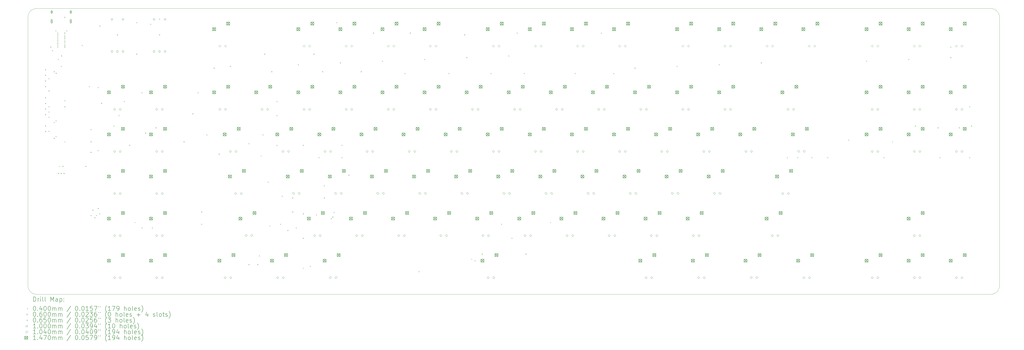
<source format=gbr>
%TF.GenerationSoftware,KiCad,Pcbnew,6.0.7-f9a2dced07~116~ubuntu22.04.1*%
%TF.CreationDate,2022-09-05T17:56:58+01:00*%
%TF.ProjectId,keyboard,6b657962-6f61-4726-942e-6b696361645f,rev?*%
%TF.SameCoordinates,Original*%
%TF.FileFunction,Drillmap*%
%TF.FilePolarity,Positive*%
%FSLAX45Y45*%
G04 Gerber Fmt 4.5, Leading zero omitted, Abs format (unit mm)*
G04 Created by KiCad (PCBNEW 6.0.7-f9a2dced07~116~ubuntu22.04.1) date 2022-09-05 17:56:58*
%MOMM*%
%LPD*%
G01*
G04 APERTURE LIST*
%ADD10C,0.100000*%
%ADD11C,0.200000*%
%ADD12C,0.040000*%
%ADD13C,0.060000*%
%ADD14C,0.065000*%
%ADD15C,0.104000*%
%ADD16C,0.147000*%
G04 APERTURE END LIST*
D10*
X47228125Y-24447500D02*
G75*
G03*
X47625000Y-24050625I-5J396880D01*
G01*
X3651250Y-24050625D02*
G75*
G03*
X4048125Y-24447500I396875J0D01*
G01*
X47624995Y-11906250D02*
G75*
G03*
X47228125Y-11509375I-396875J0D01*
G01*
X47228125Y-11509375D02*
X4048125Y-11509375D01*
X47625000Y-24050625D02*
X47625000Y-11906250D01*
X4048125Y-24447500D02*
X47228125Y-24447500D01*
X4048125Y-11509375D02*
G75*
G03*
X3651250Y-11906250I0J-396875D01*
G01*
X3651250Y-11906250D02*
X3651250Y-24050625D01*
D11*
D12*
X4425000Y-14258875D02*
X4465000Y-14298875D01*
X4465000Y-14258875D02*
X4425000Y-14298875D01*
X4425000Y-14512875D02*
X4465000Y-14552875D01*
X4465000Y-14512875D02*
X4425000Y-14552875D01*
X4425000Y-14766875D02*
X4465000Y-14806875D01*
X4465000Y-14766875D02*
X4425000Y-14806875D01*
X4425000Y-15020875D02*
X4465000Y-15060875D01*
X4465000Y-15020875D02*
X4425000Y-15060875D01*
X4425000Y-15528875D02*
X4465000Y-15568875D01*
X4465000Y-15528875D02*
X4425000Y-15568875D01*
X4425000Y-15782875D02*
X4465000Y-15822875D01*
X4465000Y-15782875D02*
X4425000Y-15822875D01*
X4425000Y-16036875D02*
X4465000Y-16076875D01*
X4465000Y-16036875D02*
X4425000Y-16076875D01*
X4425000Y-16290875D02*
X4465000Y-16330875D01*
X4465000Y-16290875D02*
X4425000Y-16330875D01*
X4425000Y-16798875D02*
X4465000Y-16838875D01*
X4465000Y-16798875D02*
X4425000Y-16838875D01*
X4425000Y-17052875D02*
X4465000Y-17092875D01*
X4465000Y-17052875D02*
X4425000Y-17092875D01*
X4583750Y-14664375D02*
X4623750Y-14704375D01*
X4623750Y-14664375D02*
X4583750Y-14704375D01*
X4583750Y-15220000D02*
X4623750Y-15260000D01*
X4623750Y-15220000D02*
X4583750Y-15260000D01*
X4583750Y-15934375D02*
X4623750Y-15974375D01*
X4623750Y-15934375D02*
X4583750Y-15974375D01*
X4583750Y-16172500D02*
X4623750Y-16212500D01*
X4623750Y-16172500D02*
X4583750Y-16212500D01*
X4583750Y-16410625D02*
X4623750Y-16450625D01*
X4623750Y-16410625D02*
X4583750Y-16450625D01*
X4583750Y-17045625D02*
X4623750Y-17085625D01*
X4623750Y-17045625D02*
X4583750Y-17085625D01*
X4663125Y-13235625D02*
X4703125Y-13275625D01*
X4703125Y-13235625D02*
X4663125Y-13275625D01*
X4742500Y-13394375D02*
X4782500Y-13434375D01*
X4782500Y-13394375D02*
X4742500Y-13434375D01*
X4821875Y-14346875D02*
X4861875Y-14386875D01*
X4861875Y-14346875D02*
X4821875Y-14386875D01*
X4821875Y-16648750D02*
X4861875Y-16688750D01*
X4861875Y-16648750D02*
X4821875Y-16688750D01*
X4821875Y-17363125D02*
X4861875Y-17403125D01*
X4861875Y-17363125D02*
X4821875Y-17403125D01*
X4894375Y-12495000D02*
X4934375Y-12535000D01*
X4934375Y-12495000D02*
X4894375Y-12535000D01*
X4901250Y-16569375D02*
X4941250Y-16609375D01*
X4941250Y-16569375D02*
X4901250Y-16609375D01*
X4901250Y-17283750D02*
X4941250Y-17323750D01*
X4941250Y-17283750D02*
X4901250Y-17323750D01*
X4908824Y-14419325D02*
X4948824Y-14459325D01*
X4948824Y-14419325D02*
X4908824Y-14459325D01*
X4980625Y-12600625D02*
X5020625Y-12640625D01*
X5020625Y-12600625D02*
X4980625Y-12640625D01*
X4980625Y-12680000D02*
X5020625Y-12720000D01*
X5020625Y-12680000D02*
X4980625Y-12720000D01*
X4980625Y-12759375D02*
X5020625Y-12799375D01*
X5020625Y-12759375D02*
X4980625Y-12799375D01*
X4980625Y-12838750D02*
X5020625Y-12878750D01*
X5020625Y-12838750D02*
X4980625Y-12878750D01*
X4980625Y-12918125D02*
X5020625Y-12958125D01*
X5020625Y-12918125D02*
X4980625Y-12958125D01*
X4980625Y-12997500D02*
X5020625Y-13037500D01*
X5020625Y-12997500D02*
X4980625Y-13037500D01*
X4980625Y-13076875D02*
X5020625Y-13116875D01*
X5020625Y-13076875D02*
X4980625Y-13116875D01*
X4980625Y-13156250D02*
X5020625Y-13196250D01*
X5020625Y-13156250D02*
X4980625Y-13196250D01*
X4980625Y-13235625D02*
X5020625Y-13275625D01*
X5020625Y-13235625D02*
X4980625Y-13275625D01*
X5004425Y-13791250D02*
X5044425Y-13831250D01*
X5044425Y-13791250D02*
X5004425Y-13831250D01*
X5060000Y-18633125D02*
X5100000Y-18673125D01*
X5100000Y-18633125D02*
X5060000Y-18673125D01*
X5139375Y-14108750D02*
X5179375Y-14148750D01*
X5179375Y-14108750D02*
X5139375Y-14148750D01*
X5153835Y-13632500D02*
X5193835Y-13672500D01*
X5193835Y-13632500D02*
X5153835Y-13672500D01*
X5218750Y-18633125D02*
X5258750Y-18673125D01*
X5258750Y-18633125D02*
X5218750Y-18673125D01*
X5298125Y-11886250D02*
X5338125Y-11926250D01*
X5338125Y-11886250D02*
X5298125Y-11926250D01*
X5298125Y-12600625D02*
X5338125Y-12640625D01*
X5338125Y-12600625D02*
X5298125Y-12640625D01*
X5298125Y-12680000D02*
X5338125Y-12720000D01*
X5338125Y-12680000D02*
X5298125Y-12720000D01*
X5298125Y-12759375D02*
X5338125Y-12799375D01*
X5338125Y-12759375D02*
X5298125Y-12799375D01*
X5298125Y-12838750D02*
X5338125Y-12878750D01*
X5338125Y-12838750D02*
X5298125Y-12878750D01*
X5298125Y-12918125D02*
X5338125Y-12958125D01*
X5338125Y-12918125D02*
X5298125Y-12958125D01*
X5298125Y-12997500D02*
X5338125Y-13037500D01*
X5338125Y-12997500D02*
X5298125Y-13037500D01*
X5298125Y-13076875D02*
X5338125Y-13116875D01*
X5338125Y-13076875D02*
X5298125Y-13116875D01*
X5298125Y-13156250D02*
X5338125Y-13196250D01*
X5338125Y-13156250D02*
X5298125Y-13196250D01*
X5298125Y-13235625D02*
X5338125Y-13275625D01*
X5338125Y-13235625D02*
X5298125Y-13275625D01*
X5298125Y-15934375D02*
X5338125Y-15974375D01*
X5338125Y-15934375D02*
X5298125Y-15974375D01*
X5298125Y-17521875D02*
X5338125Y-17561875D01*
X5338125Y-17521875D02*
X5298125Y-17561875D01*
X5304000Y-15656000D02*
X5344000Y-15696000D01*
X5344000Y-15656000D02*
X5304000Y-15696000D01*
X5384375Y-12495000D02*
X5424375Y-12535000D01*
X5424375Y-12495000D02*
X5384375Y-12535000D01*
X6091875Y-13156250D02*
X6131875Y-13196250D01*
X6131875Y-13156250D02*
X6091875Y-13196250D01*
X6250625Y-18633125D02*
X6290625Y-18673125D01*
X6290625Y-18633125D02*
X6250625Y-18673125D01*
X6409375Y-15020875D02*
X6449375Y-15060875D01*
X6449375Y-15020875D02*
X6409375Y-15060875D01*
X6488750Y-16966250D02*
X6528750Y-17006250D01*
X6528750Y-16966250D02*
X6488750Y-17006250D01*
X6488750Y-17521875D02*
X6528750Y-17561875D01*
X6528750Y-17521875D02*
X6488750Y-17561875D01*
X6488750Y-17998125D02*
X6528750Y-18038125D01*
X6528750Y-17998125D02*
X6488750Y-18038125D01*
X6488750Y-20855625D02*
X6528750Y-20895625D01*
X6528750Y-20855625D02*
X6488750Y-20895625D01*
X6568125Y-20617500D02*
X6608125Y-20657500D01*
X6608125Y-20617500D02*
X6568125Y-20657500D01*
X6661300Y-20955203D02*
X6701300Y-20995203D01*
X6701300Y-20955203D02*
X6661300Y-20995203D01*
X6733750Y-20855625D02*
X6773750Y-20895625D01*
X6773750Y-20855625D02*
X6733750Y-20895625D01*
X6806250Y-15061250D02*
X6846250Y-15101250D01*
X6846250Y-15061250D02*
X6806250Y-15101250D01*
X6806250Y-17918750D02*
X6846250Y-17958750D01*
X6846250Y-17918750D02*
X6806250Y-17958750D01*
X6806250Y-20538125D02*
X6846250Y-20578125D01*
X6846250Y-20538125D02*
X6806250Y-20578125D01*
X6885625Y-12283125D02*
X6925625Y-12323125D01*
X6925625Y-12283125D02*
X6885625Y-12323125D01*
X6885625Y-20776250D02*
X6925625Y-20816250D01*
X6925625Y-20776250D02*
X6885625Y-20816250D01*
X6965000Y-15775625D02*
X7005000Y-15815625D01*
X7005000Y-15775625D02*
X6965000Y-15815625D01*
X7520625Y-16807500D02*
X7560625Y-16847500D01*
X7560625Y-16807500D02*
X7520625Y-16847500D01*
X7679375Y-12680000D02*
X7719375Y-12720000D01*
X7719375Y-12680000D02*
X7679375Y-12720000D01*
X7758750Y-16331250D02*
X7798750Y-16371250D01*
X7798750Y-16331250D02*
X7758750Y-16371250D01*
X7996875Y-15696250D02*
X8036875Y-15736250D01*
X8036875Y-15696250D02*
X7996875Y-15736250D01*
X8235000Y-17680625D02*
X8275000Y-17720625D01*
X8275000Y-17680625D02*
X8235000Y-17720625D01*
X8473125Y-21173125D02*
X8513125Y-21213125D01*
X8513125Y-21173125D02*
X8473125Y-21213125D01*
X8552500Y-12124375D02*
X8592500Y-12164375D01*
X8592500Y-12124375D02*
X8552500Y-12164375D01*
X8552500Y-13553125D02*
X8592500Y-13593125D01*
X8592500Y-13553125D02*
X8552500Y-13593125D01*
X8790625Y-15299375D02*
X8830625Y-15339375D01*
X8830625Y-15299375D02*
X8790625Y-15339375D01*
X8790625Y-21411250D02*
X8830625Y-21451250D01*
X8830625Y-21411250D02*
X8790625Y-21451250D01*
X8949375Y-17125000D02*
X8989375Y-17165000D01*
X8989375Y-17125000D02*
X8949375Y-17165000D01*
X9187500Y-12203750D02*
X9227500Y-12243750D01*
X9227500Y-12203750D02*
X9187500Y-12243750D01*
X9266875Y-21411250D02*
X9306875Y-21451250D01*
X9306875Y-21411250D02*
X9266875Y-21451250D01*
X9425625Y-16886875D02*
X9465625Y-16926875D01*
X9465625Y-16886875D02*
X9425625Y-16926875D01*
X9584375Y-11965625D02*
X9624375Y-12005625D01*
X9624375Y-11965625D02*
X9584375Y-12005625D01*
X9584375Y-12680000D02*
X9624375Y-12720000D01*
X9624375Y-12680000D02*
X9584375Y-12720000D01*
X10695625Y-17521875D02*
X10735625Y-17561875D01*
X10735625Y-17521875D02*
X10695625Y-17561875D01*
X11092500Y-16251875D02*
X11132500Y-16291875D01*
X11132500Y-16251875D02*
X11092500Y-16291875D01*
X11330625Y-15299375D02*
X11370625Y-15339375D01*
X11370625Y-15299375D02*
X11330625Y-15339375D01*
X11489375Y-20696875D02*
X11529375Y-20736875D01*
X11529375Y-20696875D02*
X11489375Y-20736875D01*
X11489375Y-21252500D02*
X11529375Y-21292500D01*
X11529375Y-21252500D02*
X11489375Y-21292500D01*
X11727500Y-17204375D02*
X11767500Y-17244375D01*
X11767500Y-17204375D02*
X11727500Y-17244375D01*
X12060875Y-14188125D02*
X12100875Y-14228125D01*
X12100875Y-14188125D02*
X12060875Y-14228125D01*
X12283125Y-18077500D02*
X12323125Y-18117500D01*
X12323125Y-18077500D02*
X12283125Y-18117500D01*
X12791125Y-14108750D02*
X12831125Y-14148750D01*
X12831125Y-14108750D02*
X12791125Y-14148750D01*
X13632500Y-17601250D02*
X13672500Y-17641250D01*
X13672500Y-17601250D02*
X13632500Y-17641250D01*
X13632500Y-23078125D02*
X13672500Y-23118125D01*
X13672500Y-23078125D02*
X13632500Y-23118125D01*
X14029375Y-23078125D02*
X14069375Y-23118125D01*
X14069375Y-23078125D02*
X14029375Y-23118125D01*
X14108750Y-22681250D02*
X14148750Y-22721250D01*
X14148750Y-22681250D02*
X14108750Y-22721250D01*
X14188125Y-18156875D02*
X14228125Y-18196875D01*
X14228125Y-18156875D02*
X14188125Y-18196875D01*
X14267500Y-17204375D02*
X14307500Y-17244375D01*
X14307500Y-17204375D02*
X14267500Y-17244375D01*
X14346875Y-13553125D02*
X14386875Y-13593125D01*
X14386875Y-13553125D02*
X14346875Y-13593125D01*
X14505625Y-19347500D02*
X14545625Y-19387500D01*
X14545625Y-19347500D02*
X14505625Y-19387500D01*
X14585000Y-21331875D02*
X14625000Y-21371875D01*
X14625000Y-21331875D02*
X14585000Y-21371875D01*
X14664375Y-14346875D02*
X14704375Y-14386875D01*
X14704375Y-14346875D02*
X14664375Y-14386875D01*
X14902500Y-15696250D02*
X14942500Y-15736250D01*
X14942500Y-15696250D02*
X14902500Y-15736250D01*
X14902500Y-16331250D02*
X14942500Y-16371250D01*
X14942500Y-16331250D02*
X14902500Y-16371250D01*
X14902500Y-17680625D02*
X14942500Y-17720625D01*
X14942500Y-17680625D02*
X14902500Y-17720625D01*
X15061250Y-21252500D02*
X15101250Y-21292500D01*
X15101250Y-21252500D02*
X15061250Y-21292500D01*
X15140625Y-19982500D02*
X15180625Y-20022500D01*
X15180625Y-19982500D02*
X15140625Y-20022500D01*
X15394625Y-21535000D02*
X15434625Y-21575000D01*
X15434625Y-21535000D02*
X15394625Y-21575000D01*
X15616875Y-20061875D02*
X15656875Y-20101875D01*
X15656875Y-20061875D02*
X15616875Y-20101875D01*
X15616875Y-20696875D02*
X15656875Y-20736875D01*
X15656875Y-20696875D02*
X15616875Y-20736875D01*
X15775625Y-21411250D02*
X15815625Y-21451250D01*
X15815625Y-21411250D02*
X15775625Y-21451250D01*
X15870875Y-14029375D02*
X15910875Y-14069375D01*
X15910875Y-14029375D02*
X15870875Y-14069375D01*
X16093125Y-17680625D02*
X16133125Y-17720625D01*
X16133125Y-17680625D02*
X16093125Y-17720625D01*
X16093125Y-20776250D02*
X16133125Y-20816250D01*
X16133125Y-20776250D02*
X16093125Y-20816250D01*
X16093125Y-21887500D02*
X16133125Y-21927500D01*
X16133125Y-21887500D02*
X16093125Y-21927500D01*
X16093125Y-23236875D02*
X16133125Y-23276875D01*
X16133125Y-23236875D02*
X16093125Y-23276875D01*
X16410625Y-23157500D02*
X16450625Y-23197500D01*
X16450625Y-23157500D02*
X16410625Y-23197500D01*
X16569375Y-13553125D02*
X16609375Y-13593125D01*
X16609375Y-13553125D02*
X16569375Y-13593125D01*
X16692000Y-20831000D02*
X16732000Y-20871000D01*
X16732000Y-20831000D02*
X16692000Y-20871000D01*
X16807500Y-18236250D02*
X16847500Y-18276250D01*
X16847500Y-18236250D02*
X16807500Y-18276250D01*
X16966250Y-14346875D02*
X17006250Y-14386875D01*
X17006250Y-14346875D02*
X16966250Y-14386875D01*
X17045625Y-19506250D02*
X17085625Y-19546250D01*
X17085625Y-19506250D02*
X17045625Y-19546250D01*
X17045625Y-20061875D02*
X17085625Y-20101875D01*
X17085625Y-20061875D02*
X17045625Y-20101875D01*
X17363125Y-20998500D02*
X17403125Y-21038500D01*
X17403125Y-20998500D02*
X17363125Y-21038500D01*
X17430918Y-20925055D02*
X17470918Y-20965055D01*
X17470918Y-20925055D02*
X17430918Y-20965055D01*
X17487122Y-20717073D02*
X17527122Y-20757073D01*
X17527122Y-20717073D02*
X17487122Y-20757073D01*
X17601250Y-12124375D02*
X17641250Y-12164375D01*
X17641250Y-12124375D02*
X17601250Y-12164375D01*
X17775875Y-13950000D02*
X17815875Y-13990000D01*
X17815875Y-13950000D02*
X17775875Y-13990000D01*
X17839375Y-17680625D02*
X17879375Y-17720625D01*
X17879375Y-17680625D02*
X17839375Y-17720625D01*
X17839375Y-18236250D02*
X17879375Y-18276250D01*
X17879375Y-18236250D02*
X17839375Y-18276250D01*
X18156875Y-19030000D02*
X18196875Y-19070000D01*
X18196875Y-19030000D02*
X18156875Y-19070000D01*
X18712500Y-14346875D02*
X18752500Y-14386875D01*
X18752500Y-14346875D02*
X18712500Y-14386875D01*
X19268125Y-12600625D02*
X19308125Y-12640625D01*
X19308125Y-12600625D02*
X19268125Y-12640625D01*
X19680875Y-13870625D02*
X19720875Y-13910625D01*
X19720875Y-13870625D02*
X19680875Y-13910625D01*
X20696875Y-14426250D02*
X20736875Y-14466250D01*
X20736875Y-14426250D02*
X20696875Y-14466250D01*
X20935000Y-12600625D02*
X20975000Y-12640625D01*
X20975000Y-12600625D02*
X20935000Y-12640625D01*
X21331875Y-23395625D02*
X21371875Y-23435625D01*
X21371875Y-23395625D02*
X21331875Y-23435625D01*
X21585875Y-13791250D02*
X21625875Y-13831250D01*
X21625875Y-13791250D02*
X21585875Y-13831250D01*
X22681250Y-14426250D02*
X22721250Y-14466250D01*
X22721250Y-14426250D02*
X22681250Y-14466250D01*
X23395625Y-12680000D02*
X23435625Y-12720000D01*
X23435625Y-12680000D02*
X23395625Y-12720000D01*
X23490875Y-13711875D02*
X23530875Y-13751875D01*
X23530875Y-13711875D02*
X23490875Y-13751875D01*
X23713125Y-22831050D02*
X23753125Y-22871050D01*
X23753125Y-22831050D02*
X23713125Y-22871050D01*
X23871875Y-22903500D02*
X23911875Y-22943500D01*
X23911875Y-22903500D02*
X23871875Y-22943500D01*
X24189375Y-22601875D02*
X24229375Y-22641875D01*
X24229375Y-22601875D02*
X24189375Y-22641875D01*
X24586250Y-14426250D02*
X24626250Y-14466250D01*
X24626250Y-14426250D02*
X24586250Y-14466250D01*
X25062500Y-21252500D02*
X25102500Y-21292500D01*
X25102500Y-21252500D02*
X25062500Y-21292500D01*
X25395875Y-13632500D02*
X25435875Y-13672500D01*
X25435875Y-13632500D02*
X25395875Y-13672500D01*
X25538750Y-21887500D02*
X25578750Y-21927500D01*
X25578750Y-21887500D02*
X25538750Y-21927500D01*
X25776875Y-12600625D02*
X25816875Y-12640625D01*
X25816875Y-12600625D02*
X25776875Y-12640625D01*
X26094375Y-14426250D02*
X26134375Y-14466250D01*
X26134375Y-14426250D02*
X26094375Y-14466250D01*
X26173750Y-22601875D02*
X26213750Y-22641875D01*
X26213750Y-22601875D02*
X26173750Y-22641875D01*
X27285000Y-21173125D02*
X27325000Y-21213125D01*
X27325000Y-21173125D02*
X27285000Y-21213125D01*
X28396250Y-14426250D02*
X28436250Y-14466250D01*
X28436250Y-14426250D02*
X28396250Y-14466250D01*
X29586875Y-12600625D02*
X29626875Y-12640625D01*
X29626875Y-12600625D02*
X29586875Y-12640625D01*
X30142500Y-14426250D02*
X30182500Y-14466250D01*
X30182500Y-14426250D02*
X30142500Y-14466250D01*
X31110875Y-14188125D02*
X31150875Y-14228125D01*
X31150875Y-14188125D02*
X31110875Y-14228125D01*
X33015875Y-14108750D02*
X33055875Y-14148750D01*
X33055875Y-14108750D02*
X33015875Y-14148750D01*
X34920875Y-14029375D02*
X34960875Y-14069375D01*
X34960875Y-14029375D02*
X34920875Y-14069375D01*
X36825875Y-13950000D02*
X36865875Y-13990000D01*
X36865875Y-13950000D02*
X36825875Y-13990000D01*
X38000625Y-18236250D02*
X38040625Y-18276250D01*
X38040625Y-18236250D02*
X38000625Y-18276250D01*
X38476875Y-18236250D02*
X38516875Y-18276250D01*
X38516875Y-18236250D02*
X38476875Y-18276250D01*
X39111875Y-18236250D02*
X39151875Y-18276250D01*
X39151875Y-18236250D02*
X39111875Y-18276250D01*
X39826250Y-18236250D02*
X39866250Y-18276250D01*
X39866250Y-18236250D02*
X39826250Y-18276250D01*
X40778750Y-17442500D02*
X40818750Y-17482500D01*
X40818750Y-17442500D02*
X40778750Y-17482500D01*
X41588375Y-13870625D02*
X41628375Y-13910625D01*
X41628375Y-13870625D02*
X41588375Y-13910625D01*
X42366250Y-18236250D02*
X42406250Y-18276250D01*
X42406250Y-18236250D02*
X42366250Y-18276250D01*
X42763125Y-17521875D02*
X42803125Y-17561875D01*
X42803125Y-17521875D02*
X42763125Y-17561875D01*
X43493375Y-13791250D02*
X43533375Y-13831250D01*
X43533375Y-13791250D02*
X43493375Y-13831250D01*
X43795000Y-16807500D02*
X43835000Y-16847500D01*
X43835000Y-16807500D02*
X43795000Y-16847500D01*
X44826875Y-16886875D02*
X44866875Y-16926875D01*
X44866875Y-16886875D02*
X44826875Y-16926875D01*
X44906250Y-18236250D02*
X44946250Y-18276250D01*
X44946250Y-18236250D02*
X44906250Y-18276250D01*
X45398375Y-13235625D02*
X45438375Y-13275625D01*
X45438375Y-13235625D02*
X45398375Y-13275625D01*
X45398375Y-13711875D02*
X45438375Y-13751875D01*
X45438375Y-13711875D02*
X45398375Y-13751875D01*
X45779375Y-16886875D02*
X45819375Y-16926875D01*
X45819375Y-16886875D02*
X45779375Y-16926875D01*
X46255625Y-15934375D02*
X46295625Y-15974375D01*
X46295625Y-15934375D02*
X46255625Y-15974375D01*
X46255625Y-18236250D02*
X46295625Y-18276250D01*
X46295625Y-18236250D02*
X46255625Y-18276250D01*
X46335000Y-16807500D02*
X46375000Y-16847500D01*
X46375000Y-16807500D02*
X46335000Y-16847500D01*
D13*
X4757375Y-11670625D02*
G75*
G03*
X4757375Y-11670625I-30000J0D01*
G01*
D11*
X4757375Y-11700625D02*
X4757375Y-11640625D01*
X4697375Y-11700625D02*
X4697375Y-11640625D01*
X4757375Y-11640625D02*
G75*
G03*
X4697375Y-11640625I-30000J0D01*
G01*
X4697375Y-11700625D02*
G75*
G03*
X4757375Y-11700625I30000J0D01*
G01*
D13*
X4757375Y-12088625D02*
G75*
G03*
X4757375Y-12088625I-30000J0D01*
G01*
D11*
X4757375Y-12143625D02*
X4757375Y-12033625D01*
X4697375Y-12143625D02*
X4697375Y-12033625D01*
X4757375Y-12033625D02*
G75*
G03*
X4697375Y-12033625I-30000J0D01*
G01*
X4697375Y-12143625D02*
G75*
G03*
X4757375Y-12143625I30000J0D01*
G01*
D13*
X5621375Y-11670625D02*
G75*
G03*
X5621375Y-11670625I-30000J0D01*
G01*
D11*
X5621375Y-11700625D02*
X5621375Y-11640625D01*
X5561375Y-11700625D02*
X5561375Y-11640625D01*
X5621375Y-11640625D02*
G75*
G03*
X5561375Y-11640625I-30000J0D01*
G01*
X5561375Y-11700625D02*
G75*
G03*
X5621375Y-11700625I30000J0D01*
G01*
D13*
X5621375Y-12088625D02*
G75*
G03*
X5621375Y-12088625I-30000J0D01*
G01*
D11*
X5621375Y-12143625D02*
X5621375Y-12033625D01*
X5561375Y-12143625D02*
X5561375Y-12033625D01*
X5621375Y-12033625D02*
G75*
G03*
X5561375Y-12033625I-30000J0D01*
G01*
X5561375Y-12143625D02*
G75*
G03*
X5621375Y-12143625I30000J0D01*
G01*
D14*
X5032375Y-18938125D02*
X5032375Y-19003125D01*
X4999875Y-18970625D02*
X5064875Y-18970625D01*
X5159375Y-18938125D02*
X5159375Y-19003125D01*
X5126875Y-18970625D02*
X5191875Y-18970625D01*
X5286375Y-18938125D02*
X5286375Y-19003125D01*
X5253875Y-18970625D02*
X5318875Y-18970625D01*
D10*
X7484731Y-12035356D02*
X7484731Y-11964644D01*
X7414019Y-11964644D01*
X7414019Y-12035356D01*
X7484731Y-12035356D01*
X7484731Y-13485356D02*
X7484731Y-13414644D01*
X7414019Y-13414644D01*
X7414019Y-13485356D01*
X7484731Y-13485356D01*
X7734731Y-13485356D02*
X7734731Y-13414644D01*
X7664019Y-13414644D01*
X7664019Y-13485356D01*
X7734731Y-13485356D01*
X7984731Y-12035356D02*
X7984731Y-11964644D01*
X7914019Y-11964644D01*
X7914019Y-12035356D01*
X7984731Y-12035356D01*
X7984731Y-13485356D02*
X7984731Y-13414644D01*
X7914019Y-13414644D01*
X7914019Y-13485356D01*
X7984731Y-13485356D01*
X9389731Y-12035356D02*
X9389731Y-11964644D01*
X9319019Y-11964644D01*
X9319019Y-12035356D01*
X9389731Y-12035356D01*
X9389731Y-13485356D02*
X9389731Y-13414644D01*
X9319019Y-13414644D01*
X9319019Y-13485356D01*
X9389731Y-13485356D01*
X9639731Y-13485356D02*
X9639731Y-13414644D01*
X9569019Y-13414644D01*
X9569019Y-13485356D01*
X9639731Y-13485356D01*
X9889731Y-12035356D02*
X9889731Y-11964644D01*
X9819019Y-11964644D01*
X9819019Y-12035356D01*
X9889731Y-12035356D01*
X9889731Y-13485356D02*
X9889731Y-13414644D01*
X9819019Y-13414644D01*
X9819019Y-13485356D01*
X9889731Y-13485356D01*
D15*
X7572375Y-16117500D02*
X7624375Y-16065500D01*
X7572375Y-16013500D01*
X7520375Y-16065500D01*
X7572375Y-16117500D01*
X7572375Y-18022500D02*
X7624375Y-17970500D01*
X7572375Y-17918500D01*
X7520375Y-17970500D01*
X7572375Y-18022500D01*
X7572375Y-19927500D02*
X7624375Y-19875500D01*
X7572375Y-19823500D01*
X7520375Y-19875500D01*
X7572375Y-19927500D01*
X7572375Y-21832500D02*
X7624375Y-21780500D01*
X7572375Y-21728500D01*
X7520375Y-21780500D01*
X7572375Y-21832500D01*
X7572375Y-23737500D02*
X7624375Y-23685500D01*
X7572375Y-23633500D01*
X7520375Y-23685500D01*
X7572375Y-23737500D01*
X7826375Y-16117500D02*
X7878375Y-16065500D01*
X7826375Y-16013500D01*
X7774375Y-16065500D01*
X7826375Y-16117500D01*
X7826375Y-18022500D02*
X7878375Y-17970500D01*
X7826375Y-17918500D01*
X7774375Y-17970500D01*
X7826375Y-18022500D01*
X7826375Y-19927500D02*
X7878375Y-19875500D01*
X7826375Y-19823500D01*
X7774375Y-19875500D01*
X7826375Y-19927500D01*
X7826375Y-21832500D02*
X7878375Y-21780500D01*
X7826375Y-21728500D01*
X7774375Y-21780500D01*
X7826375Y-21832500D01*
X7826375Y-23737500D02*
X7878375Y-23685500D01*
X7826375Y-23633500D01*
X7774375Y-23685500D01*
X7826375Y-23737500D01*
X9477375Y-16117500D02*
X9529375Y-16065500D01*
X9477375Y-16013500D01*
X9425375Y-16065500D01*
X9477375Y-16117500D01*
X9477375Y-18022500D02*
X9529375Y-17970500D01*
X9477375Y-17918500D01*
X9425375Y-17970500D01*
X9477375Y-18022500D01*
X9477375Y-19927500D02*
X9529375Y-19875500D01*
X9477375Y-19823500D01*
X9425375Y-19875500D01*
X9477375Y-19927500D01*
X9477375Y-21832500D02*
X9529375Y-21780500D01*
X9477375Y-21728500D01*
X9425375Y-21780500D01*
X9477375Y-21832500D01*
X9477375Y-23737500D02*
X9529375Y-23685500D01*
X9477375Y-23633500D01*
X9425375Y-23685500D01*
X9477375Y-23737500D01*
X9731375Y-16117500D02*
X9783375Y-16065500D01*
X9731375Y-16013500D01*
X9679375Y-16065500D01*
X9731375Y-16117500D01*
X9731375Y-18022500D02*
X9783375Y-17970500D01*
X9731375Y-17918500D01*
X9679375Y-17970500D01*
X9731375Y-18022500D01*
X9731375Y-19927500D02*
X9783375Y-19875500D01*
X9731375Y-19823500D01*
X9679375Y-19875500D01*
X9731375Y-19927500D01*
X9731375Y-21832500D02*
X9783375Y-21780500D01*
X9731375Y-21728500D01*
X9679375Y-21780500D01*
X9731375Y-21832500D01*
X9731375Y-23737500D02*
X9783375Y-23685500D01*
X9731375Y-23633500D01*
X9679375Y-23685500D01*
X9731375Y-23737500D01*
X12334875Y-13260000D02*
X12386875Y-13208000D01*
X12334875Y-13156000D01*
X12282875Y-13208000D01*
X12334875Y-13260000D01*
X12334875Y-16117500D02*
X12386875Y-16065500D01*
X12334875Y-16013500D01*
X12282875Y-16065500D01*
X12334875Y-16117500D01*
X12573000Y-23737500D02*
X12625000Y-23685500D01*
X12573000Y-23633500D01*
X12521000Y-23685500D01*
X12573000Y-23737500D01*
X12588875Y-13260000D02*
X12640875Y-13208000D01*
X12588875Y-13156000D01*
X12536875Y-13208000D01*
X12588875Y-13260000D01*
X12588875Y-16117500D02*
X12640875Y-16065500D01*
X12588875Y-16013500D01*
X12536875Y-16065500D01*
X12588875Y-16117500D01*
X12811125Y-18022500D02*
X12863125Y-17970500D01*
X12811125Y-17918500D01*
X12759125Y-17970500D01*
X12811125Y-18022500D01*
X12827000Y-23737500D02*
X12879000Y-23685500D01*
X12827000Y-23633500D01*
X12775000Y-23685500D01*
X12827000Y-23737500D01*
X13049250Y-19927500D02*
X13101250Y-19875500D01*
X13049250Y-19823500D01*
X12997250Y-19875500D01*
X13049250Y-19927500D01*
X13065125Y-18022500D02*
X13117125Y-17970500D01*
X13065125Y-17918500D01*
X13013125Y-17970500D01*
X13065125Y-18022500D01*
X13303250Y-19927500D02*
X13355250Y-19875500D01*
X13303250Y-19823500D01*
X13251250Y-19875500D01*
X13303250Y-19927500D01*
X13525500Y-21832500D02*
X13577500Y-21780500D01*
X13525500Y-21728500D01*
X13473500Y-21780500D01*
X13525500Y-21832500D01*
X13779500Y-21832500D02*
X13831500Y-21780500D01*
X13779500Y-21728500D01*
X13727500Y-21780500D01*
X13779500Y-21832500D01*
X14239875Y-16117500D02*
X14291875Y-16065500D01*
X14239875Y-16013500D01*
X14187875Y-16065500D01*
X14239875Y-16117500D01*
X14493875Y-16117500D02*
X14545875Y-16065500D01*
X14493875Y-16013500D01*
X14441875Y-16065500D01*
X14493875Y-16117500D01*
X14954250Y-23737500D02*
X15006250Y-23685500D01*
X14954250Y-23633500D01*
X14902250Y-23685500D01*
X14954250Y-23737500D01*
X15192375Y-18022500D02*
X15244375Y-17970500D01*
X15192375Y-17918500D01*
X15140375Y-17970500D01*
X15192375Y-18022500D01*
X15208250Y-23737500D02*
X15260250Y-23685500D01*
X15208250Y-23633500D01*
X15156250Y-23685500D01*
X15208250Y-23737500D01*
X15446375Y-18022500D02*
X15498375Y-17970500D01*
X15446375Y-17918500D01*
X15394375Y-17970500D01*
X15446375Y-18022500D01*
X15668625Y-19927500D02*
X15720625Y-19875500D01*
X15668625Y-19823500D01*
X15616625Y-19875500D01*
X15668625Y-19927500D01*
X15922625Y-19927500D02*
X15974625Y-19875500D01*
X15922625Y-19823500D01*
X15870625Y-19875500D01*
X15922625Y-19927500D01*
X16144875Y-13260000D02*
X16196875Y-13208000D01*
X16144875Y-13156000D01*
X16092875Y-13208000D01*
X16144875Y-13260000D01*
X16144875Y-16117500D02*
X16196875Y-16065500D01*
X16144875Y-16013500D01*
X16092875Y-16065500D01*
X16144875Y-16117500D01*
X16398875Y-13260000D02*
X16450875Y-13208000D01*
X16398875Y-13156000D01*
X16346875Y-13208000D01*
X16398875Y-13260000D01*
X16398875Y-16117500D02*
X16450875Y-16065500D01*
X16398875Y-16013500D01*
X16346875Y-16065500D01*
X16398875Y-16117500D01*
X16621125Y-21832500D02*
X16673125Y-21780500D01*
X16621125Y-21728500D01*
X16569125Y-21780500D01*
X16621125Y-21832500D01*
X16875125Y-21832500D02*
X16927125Y-21780500D01*
X16875125Y-21728500D01*
X16823125Y-21780500D01*
X16875125Y-21832500D01*
X17097375Y-18022500D02*
X17149375Y-17970500D01*
X17097375Y-17918500D01*
X17045375Y-17970500D01*
X17097375Y-18022500D01*
X17335500Y-23737500D02*
X17387500Y-23685500D01*
X17335500Y-23633500D01*
X17283500Y-23685500D01*
X17335500Y-23737500D01*
X17351375Y-18022500D02*
X17403375Y-17970500D01*
X17351375Y-17918500D01*
X17299375Y-17970500D01*
X17351375Y-18022500D01*
X17573625Y-19927500D02*
X17625625Y-19875500D01*
X17573625Y-19823500D01*
X17521625Y-19875500D01*
X17573625Y-19927500D01*
X17589500Y-23737500D02*
X17641500Y-23685500D01*
X17589500Y-23633500D01*
X17537500Y-23685500D01*
X17589500Y-23737500D01*
X17827625Y-19927500D02*
X17879625Y-19875500D01*
X17827625Y-19823500D01*
X17775625Y-19875500D01*
X17827625Y-19927500D01*
X18049875Y-13260000D02*
X18101875Y-13208000D01*
X18049875Y-13156000D01*
X17997875Y-13208000D01*
X18049875Y-13260000D01*
X18049875Y-16117500D02*
X18101875Y-16065500D01*
X18049875Y-16013500D01*
X17997875Y-16065500D01*
X18049875Y-16117500D01*
X18303875Y-13260000D02*
X18355875Y-13208000D01*
X18303875Y-13156000D01*
X18251875Y-13208000D01*
X18303875Y-13260000D01*
X18303875Y-16117500D02*
X18355875Y-16065500D01*
X18303875Y-16013500D01*
X18251875Y-16065500D01*
X18303875Y-16117500D01*
X18526125Y-21832500D02*
X18578125Y-21780500D01*
X18526125Y-21728500D01*
X18474125Y-21780500D01*
X18526125Y-21832500D01*
X18780125Y-21832500D02*
X18832125Y-21780500D01*
X18780125Y-21728500D01*
X18728125Y-21780500D01*
X18780125Y-21832500D01*
X19002375Y-18022500D02*
X19054375Y-17970500D01*
X19002375Y-17918500D01*
X18950375Y-17970500D01*
X19002375Y-18022500D01*
X19256375Y-18022500D02*
X19308375Y-17970500D01*
X19256375Y-17918500D01*
X19204375Y-17970500D01*
X19256375Y-18022500D01*
X19478625Y-19927500D02*
X19530625Y-19875500D01*
X19478625Y-19823500D01*
X19426625Y-19875500D01*
X19478625Y-19927500D01*
X19732625Y-19927500D02*
X19784625Y-19875500D01*
X19732625Y-19823500D01*
X19680625Y-19875500D01*
X19732625Y-19927500D01*
X19954875Y-13260000D02*
X20006875Y-13208000D01*
X19954875Y-13156000D01*
X19902875Y-13208000D01*
X19954875Y-13260000D01*
X19954875Y-16117500D02*
X20006875Y-16065500D01*
X19954875Y-16013500D01*
X19902875Y-16065500D01*
X19954875Y-16117500D01*
X20208875Y-13260000D02*
X20260875Y-13208000D01*
X20208875Y-13156000D01*
X20156875Y-13208000D01*
X20208875Y-13260000D01*
X20208875Y-16117500D02*
X20260875Y-16065500D01*
X20208875Y-16013500D01*
X20156875Y-16065500D01*
X20208875Y-16117500D01*
X20431125Y-21832500D02*
X20483125Y-21780500D01*
X20431125Y-21728500D01*
X20379125Y-21780500D01*
X20431125Y-21832500D01*
X20685125Y-21832500D02*
X20737125Y-21780500D01*
X20685125Y-21728500D01*
X20633125Y-21780500D01*
X20685125Y-21832500D01*
X20907375Y-18022500D02*
X20959375Y-17970500D01*
X20907375Y-17918500D01*
X20855375Y-17970500D01*
X20907375Y-18022500D01*
X21161375Y-18022500D02*
X21213375Y-17970500D01*
X21161375Y-17918500D01*
X21109375Y-17970500D01*
X21161375Y-18022500D01*
X21383625Y-19927500D02*
X21435625Y-19875500D01*
X21383625Y-19823500D01*
X21331625Y-19875500D01*
X21383625Y-19927500D01*
X21637625Y-19927500D02*
X21689625Y-19875500D01*
X21637625Y-19823500D01*
X21585625Y-19875500D01*
X21637625Y-19927500D01*
X21859875Y-13260000D02*
X21911875Y-13208000D01*
X21859875Y-13156000D01*
X21807875Y-13208000D01*
X21859875Y-13260000D01*
X21859875Y-16117500D02*
X21911875Y-16065500D01*
X21859875Y-16013500D01*
X21807875Y-16065500D01*
X21859875Y-16117500D01*
X22113875Y-13260000D02*
X22165875Y-13208000D01*
X22113875Y-13156000D01*
X22061875Y-13208000D01*
X22113875Y-13260000D01*
X22113875Y-16117500D02*
X22165875Y-16065500D01*
X22113875Y-16013500D01*
X22061875Y-16065500D01*
X22113875Y-16117500D01*
X22336125Y-21832500D02*
X22388125Y-21780500D01*
X22336125Y-21728500D01*
X22284125Y-21780500D01*
X22336125Y-21832500D01*
X22590125Y-21832500D02*
X22642125Y-21780500D01*
X22590125Y-21728500D01*
X22538125Y-21780500D01*
X22590125Y-21832500D01*
X22812375Y-18022500D02*
X22864375Y-17970500D01*
X22812375Y-17918500D01*
X22760375Y-17970500D01*
X22812375Y-18022500D01*
X23066375Y-18022500D02*
X23118375Y-17970500D01*
X23066375Y-17918500D01*
X23014375Y-17970500D01*
X23066375Y-18022500D01*
X23288625Y-19927500D02*
X23340625Y-19875500D01*
X23288625Y-19823500D01*
X23236625Y-19875500D01*
X23288625Y-19927500D01*
X23542625Y-19927500D02*
X23594625Y-19875500D01*
X23542625Y-19823500D01*
X23490625Y-19875500D01*
X23542625Y-19927500D01*
X23764875Y-16117500D02*
X23816875Y-16065500D01*
X23764875Y-16013500D01*
X23712875Y-16065500D01*
X23764875Y-16117500D01*
X24018875Y-16117500D02*
X24070875Y-16065500D01*
X24018875Y-16013500D01*
X23966875Y-16065500D01*
X24018875Y-16117500D01*
X24241125Y-21832500D02*
X24293125Y-21780500D01*
X24241125Y-21728500D01*
X24189125Y-21780500D01*
X24241125Y-21832500D01*
X24479250Y-23737500D02*
X24531250Y-23685500D01*
X24479250Y-23633500D01*
X24427250Y-23685500D01*
X24479250Y-23737500D01*
X24495125Y-21832500D02*
X24547125Y-21780500D01*
X24495125Y-21728500D01*
X24443125Y-21780500D01*
X24495125Y-21832500D01*
X24717375Y-13260000D02*
X24769375Y-13208000D01*
X24717375Y-13156000D01*
X24665375Y-13208000D01*
X24717375Y-13260000D01*
X24717375Y-18022500D02*
X24769375Y-17970500D01*
X24717375Y-17918500D01*
X24665375Y-17970500D01*
X24717375Y-18022500D01*
X24733250Y-23737500D02*
X24785250Y-23685500D01*
X24733250Y-23633500D01*
X24681250Y-23685500D01*
X24733250Y-23737500D01*
X24971375Y-13260000D02*
X25023375Y-13208000D01*
X24971375Y-13156000D01*
X24919375Y-13208000D01*
X24971375Y-13260000D01*
X24971375Y-18022500D02*
X25023375Y-17970500D01*
X24971375Y-17918500D01*
X24919375Y-17970500D01*
X24971375Y-18022500D01*
X25193625Y-19927500D02*
X25245625Y-19875500D01*
X25193625Y-19823500D01*
X25141625Y-19875500D01*
X25193625Y-19927500D01*
X25447625Y-19927500D02*
X25499625Y-19875500D01*
X25447625Y-19823500D01*
X25395625Y-19875500D01*
X25447625Y-19927500D01*
X25669875Y-16117500D02*
X25721875Y-16065500D01*
X25669875Y-16013500D01*
X25617875Y-16065500D01*
X25669875Y-16117500D01*
X25923875Y-16117500D02*
X25975875Y-16065500D01*
X25923875Y-16013500D01*
X25871875Y-16065500D01*
X25923875Y-16117500D01*
X26146125Y-21832500D02*
X26198125Y-21780500D01*
X26146125Y-21728500D01*
X26094125Y-21780500D01*
X26146125Y-21832500D01*
X26400125Y-21832500D02*
X26452125Y-21780500D01*
X26400125Y-21728500D01*
X26348125Y-21780500D01*
X26400125Y-21832500D01*
X26622375Y-13260000D02*
X26674375Y-13208000D01*
X26622375Y-13156000D01*
X26570375Y-13208000D01*
X26622375Y-13260000D01*
X26622375Y-18022500D02*
X26674375Y-17970500D01*
X26622375Y-17918500D01*
X26570375Y-17970500D01*
X26622375Y-18022500D01*
X26876375Y-13260000D02*
X26928375Y-13208000D01*
X26876375Y-13156000D01*
X26824375Y-13208000D01*
X26876375Y-13260000D01*
X26876375Y-18022500D02*
X26928375Y-17970500D01*
X26876375Y-17918500D01*
X26824375Y-17970500D01*
X26876375Y-18022500D01*
X27098625Y-19927500D02*
X27150625Y-19875500D01*
X27098625Y-19823500D01*
X27046625Y-19875500D01*
X27098625Y-19927500D01*
X27352625Y-19927500D02*
X27404625Y-19875500D01*
X27352625Y-19823500D01*
X27300625Y-19875500D01*
X27352625Y-19927500D01*
X27574875Y-16117500D02*
X27626875Y-16065500D01*
X27574875Y-16013500D01*
X27522875Y-16065500D01*
X27574875Y-16117500D01*
X27828875Y-16117500D02*
X27880875Y-16065500D01*
X27828875Y-16013500D01*
X27776875Y-16065500D01*
X27828875Y-16117500D01*
X28051125Y-21832500D02*
X28103125Y-21780500D01*
X28051125Y-21728500D01*
X27999125Y-21780500D01*
X28051125Y-21832500D01*
X28305125Y-21832500D02*
X28357125Y-21780500D01*
X28305125Y-21728500D01*
X28253125Y-21780500D01*
X28305125Y-21832500D01*
X28527375Y-13260000D02*
X28579375Y-13208000D01*
X28527375Y-13156000D01*
X28475375Y-13208000D01*
X28527375Y-13260000D01*
X28527375Y-18022500D02*
X28579375Y-17970500D01*
X28527375Y-17918500D01*
X28475375Y-17970500D01*
X28527375Y-18022500D01*
X28781375Y-13260000D02*
X28833375Y-13208000D01*
X28781375Y-13156000D01*
X28729375Y-13208000D01*
X28781375Y-13260000D01*
X28781375Y-18022500D02*
X28833375Y-17970500D01*
X28781375Y-17918500D01*
X28729375Y-17970500D01*
X28781375Y-18022500D01*
X29003625Y-19927500D02*
X29055625Y-19875500D01*
X29003625Y-19823500D01*
X28951625Y-19875500D01*
X29003625Y-19927500D01*
X29257625Y-19927500D02*
X29309625Y-19875500D01*
X29257625Y-19823500D01*
X29205625Y-19875500D01*
X29257625Y-19927500D01*
X29479875Y-16117500D02*
X29531875Y-16065500D01*
X29479875Y-16013500D01*
X29427875Y-16065500D01*
X29479875Y-16117500D01*
X29733875Y-16117500D02*
X29785875Y-16065500D01*
X29733875Y-16013500D01*
X29681875Y-16065500D01*
X29733875Y-16117500D01*
X29956125Y-21832500D02*
X30008125Y-21780500D01*
X29956125Y-21728500D01*
X29904125Y-21780500D01*
X29956125Y-21832500D01*
X30210125Y-21832500D02*
X30262125Y-21780500D01*
X30210125Y-21728500D01*
X30158125Y-21780500D01*
X30210125Y-21832500D01*
X30432375Y-13260000D02*
X30484375Y-13208000D01*
X30432375Y-13156000D01*
X30380375Y-13208000D01*
X30432375Y-13260000D01*
X30432375Y-18022500D02*
X30484375Y-17970500D01*
X30432375Y-17918500D01*
X30380375Y-17970500D01*
X30432375Y-18022500D01*
X30686375Y-13260000D02*
X30738375Y-13208000D01*
X30686375Y-13156000D01*
X30634375Y-13208000D01*
X30686375Y-13260000D01*
X30686375Y-18022500D02*
X30738375Y-17970500D01*
X30686375Y-17918500D01*
X30634375Y-17970500D01*
X30686375Y-18022500D01*
X30908625Y-19927500D02*
X30960625Y-19875500D01*
X30908625Y-19823500D01*
X30856625Y-19875500D01*
X30908625Y-19927500D01*
X31162625Y-19927500D02*
X31214625Y-19875500D01*
X31162625Y-19823500D01*
X31110625Y-19875500D01*
X31162625Y-19927500D01*
X31384875Y-16117500D02*
X31436875Y-16065500D01*
X31384875Y-16013500D01*
X31332875Y-16065500D01*
X31384875Y-16117500D01*
X31623000Y-23737500D02*
X31675000Y-23685500D01*
X31623000Y-23633500D01*
X31571000Y-23685500D01*
X31623000Y-23737500D01*
X31638875Y-16117500D02*
X31690875Y-16065500D01*
X31638875Y-16013500D01*
X31586875Y-16065500D01*
X31638875Y-16117500D01*
X31861125Y-21832500D02*
X31913125Y-21780500D01*
X31861125Y-21728500D01*
X31809125Y-21780500D01*
X31861125Y-21832500D01*
X31877000Y-23737500D02*
X31929000Y-23685500D01*
X31877000Y-23633500D01*
X31825000Y-23685500D01*
X31877000Y-23737500D01*
X32115125Y-21832500D02*
X32167125Y-21780500D01*
X32115125Y-21728500D01*
X32063125Y-21780500D01*
X32115125Y-21832500D01*
X32337375Y-18022500D02*
X32389375Y-17970500D01*
X32337375Y-17918500D01*
X32285375Y-17970500D01*
X32337375Y-18022500D01*
X32591375Y-18022500D02*
X32643375Y-17970500D01*
X32591375Y-17918500D01*
X32539375Y-17970500D01*
X32591375Y-18022500D01*
X32813625Y-19927500D02*
X32865625Y-19875500D01*
X32813625Y-19823500D01*
X32761625Y-19875500D01*
X32813625Y-19927500D01*
X33067625Y-19927500D02*
X33119625Y-19875500D01*
X33067625Y-19823500D01*
X33015625Y-19875500D01*
X33067625Y-19927500D01*
X33289875Y-13260000D02*
X33341875Y-13208000D01*
X33289875Y-13156000D01*
X33237875Y-13208000D01*
X33289875Y-13260000D01*
X33289875Y-16117500D02*
X33341875Y-16065500D01*
X33289875Y-16013500D01*
X33237875Y-16065500D01*
X33289875Y-16117500D01*
X33543875Y-13260000D02*
X33595875Y-13208000D01*
X33543875Y-13156000D01*
X33491875Y-13208000D01*
X33543875Y-13260000D01*
X33543875Y-16117500D02*
X33595875Y-16065500D01*
X33543875Y-16013500D01*
X33491875Y-16065500D01*
X33543875Y-16117500D01*
X33766125Y-21832500D02*
X33818125Y-21780500D01*
X33766125Y-21728500D01*
X33714125Y-21780500D01*
X33766125Y-21832500D01*
X34004250Y-23737500D02*
X34056250Y-23685500D01*
X34004250Y-23633500D01*
X33952250Y-23685500D01*
X34004250Y-23737500D01*
X34020125Y-21832500D02*
X34072125Y-21780500D01*
X34020125Y-21728500D01*
X33968125Y-21780500D01*
X34020125Y-21832500D01*
X34242375Y-18022500D02*
X34294375Y-17970500D01*
X34242375Y-17918500D01*
X34190375Y-17970500D01*
X34242375Y-18022500D01*
X34258250Y-23737500D02*
X34310250Y-23685500D01*
X34258250Y-23633500D01*
X34206250Y-23685500D01*
X34258250Y-23737500D01*
X34496375Y-18022500D02*
X34548375Y-17970500D01*
X34496375Y-17918500D01*
X34444375Y-17970500D01*
X34496375Y-18022500D01*
X34718625Y-19927500D02*
X34770625Y-19875500D01*
X34718625Y-19823500D01*
X34666625Y-19875500D01*
X34718625Y-19927500D01*
X34972625Y-19927500D02*
X35024625Y-19875500D01*
X34972625Y-19823500D01*
X34920625Y-19875500D01*
X34972625Y-19927500D01*
X35194875Y-13260000D02*
X35246875Y-13208000D01*
X35194875Y-13156000D01*
X35142875Y-13208000D01*
X35194875Y-13260000D01*
X35194875Y-16117500D02*
X35246875Y-16065500D01*
X35194875Y-16013500D01*
X35142875Y-16065500D01*
X35194875Y-16117500D01*
X35448875Y-13260000D02*
X35500875Y-13208000D01*
X35448875Y-13156000D01*
X35396875Y-13208000D01*
X35448875Y-13260000D01*
X35448875Y-16117500D02*
X35500875Y-16065500D01*
X35448875Y-16013500D01*
X35396875Y-16065500D01*
X35448875Y-16117500D01*
X36147375Y-18022500D02*
X36199375Y-17970500D01*
X36147375Y-17918500D01*
X36095375Y-17970500D01*
X36147375Y-18022500D01*
X36385500Y-23737500D02*
X36437500Y-23685500D01*
X36385500Y-23633500D01*
X36333500Y-23685500D01*
X36385500Y-23737500D01*
X36401375Y-18022500D02*
X36453375Y-17970500D01*
X36401375Y-17918500D01*
X36349375Y-17970500D01*
X36401375Y-18022500D01*
X36639500Y-23737500D02*
X36691500Y-23685500D01*
X36639500Y-23633500D01*
X36587500Y-23685500D01*
X36639500Y-23737500D01*
X37099875Y-13260000D02*
X37151875Y-13208000D01*
X37099875Y-13156000D01*
X37047875Y-13208000D01*
X37099875Y-13260000D01*
X37338000Y-21832500D02*
X37390000Y-21780500D01*
X37338000Y-21728500D01*
X37286000Y-21780500D01*
X37338000Y-21832500D01*
X37353875Y-13260000D02*
X37405875Y-13208000D01*
X37353875Y-13156000D01*
X37301875Y-13208000D01*
X37353875Y-13260000D01*
X37592000Y-21832500D02*
X37644000Y-21780500D01*
X37592000Y-21728500D01*
X37540000Y-21780500D01*
X37592000Y-21832500D01*
X37814250Y-19927500D02*
X37866250Y-19875500D01*
X37814250Y-19823500D01*
X37762250Y-19875500D01*
X37814250Y-19927500D01*
X38052375Y-16117500D02*
X38104375Y-16065500D01*
X38052375Y-16013500D01*
X38000375Y-16065500D01*
X38052375Y-16117500D01*
X38068250Y-19927500D02*
X38120250Y-19875500D01*
X38068250Y-19823500D01*
X38016250Y-19875500D01*
X38068250Y-19927500D01*
X38306375Y-16117500D02*
X38358375Y-16065500D01*
X38306375Y-16013500D01*
X38254375Y-16065500D01*
X38306375Y-16117500D01*
X38528625Y-18022500D02*
X38580625Y-17970500D01*
X38528625Y-17918500D01*
X38476625Y-17970500D01*
X38528625Y-18022500D01*
X38766750Y-23737500D02*
X38818750Y-23685500D01*
X38766750Y-23633500D01*
X38714750Y-23685500D01*
X38766750Y-23737500D01*
X38782625Y-18022500D02*
X38834625Y-17970500D01*
X38782625Y-17918500D01*
X38730625Y-17970500D01*
X38782625Y-18022500D01*
X39004875Y-13260000D02*
X39056875Y-13208000D01*
X39004875Y-13156000D01*
X38952875Y-13208000D01*
X39004875Y-13260000D01*
X39020750Y-23737500D02*
X39072750Y-23685500D01*
X39020750Y-23633500D01*
X38968750Y-23685500D01*
X39020750Y-23737500D01*
X39258875Y-13260000D02*
X39310875Y-13208000D01*
X39258875Y-13156000D01*
X39206875Y-13208000D01*
X39258875Y-13260000D01*
X41862375Y-13260000D02*
X41914375Y-13208000D01*
X41862375Y-13156000D01*
X41810375Y-13208000D01*
X41862375Y-13260000D01*
X41862375Y-16117500D02*
X41914375Y-16065500D01*
X41862375Y-16013500D01*
X41810375Y-16065500D01*
X41862375Y-16117500D01*
X41862375Y-18022500D02*
X41914375Y-17970500D01*
X41862375Y-17918500D01*
X41810375Y-17970500D01*
X41862375Y-18022500D01*
X41862375Y-23737500D02*
X41914375Y-23685500D01*
X41862375Y-23633500D01*
X41810375Y-23685500D01*
X41862375Y-23737500D01*
X42116375Y-13260000D02*
X42168375Y-13208000D01*
X42116375Y-13156000D01*
X42064375Y-13208000D01*
X42116375Y-13260000D01*
X42116375Y-16117500D02*
X42168375Y-16065500D01*
X42116375Y-16013500D01*
X42064375Y-16065500D01*
X42116375Y-16117500D01*
X42116375Y-18022500D02*
X42168375Y-17970500D01*
X42116375Y-17918500D01*
X42064375Y-17970500D01*
X42116375Y-18022500D01*
X42116375Y-23737500D02*
X42168375Y-23685500D01*
X42116375Y-23633500D01*
X42064375Y-23685500D01*
X42116375Y-23737500D01*
X43767375Y-13260000D02*
X43819375Y-13208000D01*
X43767375Y-13156000D01*
X43715375Y-13208000D01*
X43767375Y-13260000D01*
X43767375Y-16117500D02*
X43819375Y-16065500D01*
X43767375Y-16013500D01*
X43715375Y-16065500D01*
X43767375Y-16117500D01*
X43767375Y-18022500D02*
X43819375Y-17970500D01*
X43767375Y-17918500D01*
X43715375Y-17970500D01*
X43767375Y-18022500D01*
X43767375Y-21832500D02*
X43819375Y-21780500D01*
X43767375Y-21728500D01*
X43715375Y-21780500D01*
X43767375Y-21832500D01*
X43767375Y-23737500D02*
X43819375Y-23685500D01*
X43767375Y-23633500D01*
X43715375Y-23685500D01*
X43767375Y-23737500D01*
X44021375Y-13260000D02*
X44073375Y-13208000D01*
X44021375Y-13156000D01*
X43969375Y-13208000D01*
X44021375Y-13260000D01*
X44021375Y-16117500D02*
X44073375Y-16065500D01*
X44021375Y-16013500D01*
X43969375Y-16065500D01*
X44021375Y-16117500D01*
X44021375Y-18022500D02*
X44073375Y-17970500D01*
X44021375Y-17918500D01*
X43969375Y-17970500D01*
X44021375Y-18022500D01*
X44021375Y-21832500D02*
X44073375Y-21780500D01*
X44021375Y-21728500D01*
X43969375Y-21780500D01*
X44021375Y-21832500D01*
X44021375Y-23737500D02*
X44073375Y-23685500D01*
X44021375Y-23633500D01*
X43969375Y-23685500D01*
X44021375Y-23737500D01*
X45672375Y-13260000D02*
X45724375Y-13208000D01*
X45672375Y-13156000D01*
X45620375Y-13208000D01*
X45672375Y-13260000D01*
X45672375Y-16117500D02*
X45724375Y-16065500D01*
X45672375Y-16013500D01*
X45620375Y-16065500D01*
X45672375Y-16117500D01*
X45672375Y-18022500D02*
X45724375Y-17970500D01*
X45672375Y-17918500D01*
X45620375Y-17970500D01*
X45672375Y-18022500D01*
X45672375Y-23737500D02*
X45724375Y-23685500D01*
X45672375Y-23633500D01*
X45620375Y-23685500D01*
X45672375Y-23737500D01*
X45926375Y-13260000D02*
X45978375Y-13208000D01*
X45926375Y-13156000D01*
X45874375Y-13208000D01*
X45926375Y-13260000D01*
X45926375Y-16117500D02*
X45978375Y-16065500D01*
X45926375Y-16013500D01*
X45874375Y-16065500D01*
X45926375Y-16117500D01*
X45926375Y-18022500D02*
X45978375Y-17970500D01*
X45926375Y-17918500D01*
X45874375Y-17970500D01*
X45926375Y-18022500D01*
X45926375Y-23737500D02*
X45978375Y-23685500D01*
X45926375Y-23633500D01*
X45874375Y-23685500D01*
X45926375Y-23737500D01*
D16*
X7244875Y-15230000D02*
X7391875Y-15377000D01*
X7391875Y-15230000D02*
X7244875Y-15377000D01*
X7391875Y-15303500D02*
G75*
G03*
X7391875Y-15303500I-73500J0D01*
G01*
X7244875Y-17135000D02*
X7391875Y-17282000D01*
X7391875Y-17135000D02*
X7244875Y-17282000D01*
X7391875Y-17208500D02*
G75*
G03*
X7391875Y-17208500I-73500J0D01*
G01*
X7244875Y-19040000D02*
X7391875Y-19187000D01*
X7391875Y-19040000D02*
X7244875Y-19187000D01*
X7391875Y-19113500D02*
G75*
G03*
X7391875Y-19113500I-73500J0D01*
G01*
X7244875Y-20945000D02*
X7391875Y-21092000D01*
X7391875Y-20945000D02*
X7244875Y-21092000D01*
X7391875Y-21018500D02*
G75*
G03*
X7391875Y-21018500I-73500J0D01*
G01*
X7244875Y-22850000D02*
X7391875Y-22997000D01*
X7391875Y-22850000D02*
X7244875Y-22997000D01*
X7391875Y-22923500D02*
G75*
G03*
X7391875Y-22923500I-73500J0D01*
G01*
X7879875Y-14976000D02*
X8026875Y-15123000D01*
X8026875Y-14976000D02*
X7879875Y-15123000D01*
X8026875Y-15049500D02*
G75*
G03*
X8026875Y-15049500I-73500J0D01*
G01*
X7879875Y-16881000D02*
X8026875Y-17028000D01*
X8026875Y-16881000D02*
X7879875Y-17028000D01*
X8026875Y-16954500D02*
G75*
G03*
X8026875Y-16954500I-73500J0D01*
G01*
X7879875Y-18786000D02*
X8026875Y-18933000D01*
X8026875Y-18786000D02*
X7879875Y-18933000D01*
X8026875Y-18859500D02*
G75*
G03*
X8026875Y-18859500I-73500J0D01*
G01*
X7879875Y-20691000D02*
X8026875Y-20838000D01*
X8026875Y-20691000D02*
X7879875Y-20838000D01*
X8026875Y-20764500D02*
G75*
G03*
X8026875Y-20764500I-73500J0D01*
G01*
X7879875Y-22596000D02*
X8026875Y-22743000D01*
X8026875Y-22596000D02*
X7879875Y-22743000D01*
X8026875Y-22669500D02*
G75*
G03*
X8026875Y-22669500I-73500J0D01*
G01*
X9149875Y-15230000D02*
X9296875Y-15377000D01*
X9296875Y-15230000D02*
X9149875Y-15377000D01*
X9296875Y-15303500D02*
G75*
G03*
X9296875Y-15303500I-73500J0D01*
G01*
X9149875Y-17135000D02*
X9296875Y-17282000D01*
X9296875Y-17135000D02*
X9149875Y-17282000D01*
X9296875Y-17208500D02*
G75*
G03*
X9296875Y-17208500I-73500J0D01*
G01*
X9149875Y-19040000D02*
X9296875Y-19187000D01*
X9296875Y-19040000D02*
X9149875Y-19187000D01*
X9296875Y-19113500D02*
G75*
G03*
X9296875Y-19113500I-73500J0D01*
G01*
X9149875Y-20945000D02*
X9296875Y-21092000D01*
X9296875Y-20945000D02*
X9149875Y-21092000D01*
X9296875Y-21018500D02*
G75*
G03*
X9296875Y-21018500I-73500J0D01*
G01*
X9149875Y-22850000D02*
X9296875Y-22997000D01*
X9296875Y-22850000D02*
X9149875Y-22997000D01*
X9296875Y-22923500D02*
G75*
G03*
X9296875Y-22923500I-73500J0D01*
G01*
X9784875Y-14976000D02*
X9931875Y-15123000D01*
X9931875Y-14976000D02*
X9784875Y-15123000D01*
X9931875Y-15049500D02*
G75*
G03*
X9931875Y-15049500I-73500J0D01*
G01*
X9784875Y-16881000D02*
X9931875Y-17028000D01*
X9931875Y-16881000D02*
X9784875Y-17028000D01*
X9931875Y-16954500D02*
G75*
G03*
X9931875Y-16954500I-73500J0D01*
G01*
X9784875Y-18786000D02*
X9931875Y-18933000D01*
X9931875Y-18786000D02*
X9784875Y-18933000D01*
X9931875Y-18859500D02*
G75*
G03*
X9931875Y-18859500I-73500J0D01*
G01*
X9784875Y-20691000D02*
X9931875Y-20838000D01*
X9931875Y-20691000D02*
X9784875Y-20838000D01*
X9931875Y-20764500D02*
G75*
G03*
X9931875Y-20764500I-73500J0D01*
G01*
X9784875Y-22596000D02*
X9931875Y-22743000D01*
X9931875Y-22596000D02*
X9784875Y-22743000D01*
X9931875Y-22669500D02*
G75*
G03*
X9931875Y-22669500I-73500J0D01*
G01*
X12007375Y-12372500D02*
X12154375Y-12519500D01*
X12154375Y-12372500D02*
X12007375Y-12519500D01*
X12154375Y-12446000D02*
G75*
G03*
X12154375Y-12446000I-73500J0D01*
G01*
X12007375Y-15230000D02*
X12154375Y-15377000D01*
X12154375Y-15230000D02*
X12007375Y-15377000D01*
X12154375Y-15303500D02*
G75*
G03*
X12154375Y-15303500I-73500J0D01*
G01*
X12245500Y-22850000D02*
X12392500Y-22997000D01*
X12392500Y-22850000D02*
X12245500Y-22997000D01*
X12392500Y-22923500D02*
G75*
G03*
X12392500Y-22923500I-73500J0D01*
G01*
X12483625Y-17135000D02*
X12630625Y-17282000D01*
X12630625Y-17135000D02*
X12483625Y-17282000D01*
X12630625Y-17208500D02*
G75*
G03*
X12630625Y-17208500I-73500J0D01*
G01*
X12642375Y-12118500D02*
X12789375Y-12265500D01*
X12789375Y-12118500D02*
X12642375Y-12265500D01*
X12789375Y-12192000D02*
G75*
G03*
X12789375Y-12192000I-73500J0D01*
G01*
X12642375Y-14976000D02*
X12789375Y-15123000D01*
X12789375Y-14976000D02*
X12642375Y-15123000D01*
X12789375Y-15049500D02*
G75*
G03*
X12789375Y-15049500I-73500J0D01*
G01*
X12721750Y-19040000D02*
X12868750Y-19187000D01*
X12868750Y-19040000D02*
X12721750Y-19187000D01*
X12868750Y-19113500D02*
G75*
G03*
X12868750Y-19113500I-73500J0D01*
G01*
X12880500Y-22596000D02*
X13027500Y-22743000D01*
X13027500Y-22596000D02*
X12880500Y-22743000D01*
X13027500Y-22669500D02*
G75*
G03*
X13027500Y-22669500I-73500J0D01*
G01*
X13118625Y-16881000D02*
X13265625Y-17028000D01*
X13265625Y-16881000D02*
X13118625Y-17028000D01*
X13265625Y-16954500D02*
G75*
G03*
X13265625Y-16954500I-73500J0D01*
G01*
X13198000Y-20945000D02*
X13345000Y-21092000D01*
X13345000Y-20945000D02*
X13198000Y-21092000D01*
X13345000Y-21018500D02*
G75*
G03*
X13345000Y-21018500I-73500J0D01*
G01*
X13356750Y-18786000D02*
X13503750Y-18933000D01*
X13503750Y-18786000D02*
X13356750Y-18933000D01*
X13503750Y-18859500D02*
G75*
G03*
X13503750Y-18859500I-73500J0D01*
G01*
X13833000Y-20691000D02*
X13980000Y-20838000D01*
X13980000Y-20691000D02*
X13833000Y-20838000D01*
X13980000Y-20764500D02*
G75*
G03*
X13980000Y-20764500I-73500J0D01*
G01*
X13912375Y-15230000D02*
X14059375Y-15377000D01*
X14059375Y-15230000D02*
X13912375Y-15377000D01*
X14059375Y-15303500D02*
G75*
G03*
X14059375Y-15303500I-73500J0D01*
G01*
X14547375Y-14976000D02*
X14694375Y-15123000D01*
X14694375Y-14976000D02*
X14547375Y-15123000D01*
X14694375Y-15049500D02*
G75*
G03*
X14694375Y-15049500I-73500J0D01*
G01*
X14626750Y-22850000D02*
X14773750Y-22997000D01*
X14773750Y-22850000D02*
X14626750Y-22997000D01*
X14773750Y-22923500D02*
G75*
G03*
X14773750Y-22923500I-73500J0D01*
G01*
X14864875Y-17135000D02*
X15011875Y-17282000D01*
X15011875Y-17135000D02*
X14864875Y-17282000D01*
X15011875Y-17208500D02*
G75*
G03*
X15011875Y-17208500I-73500J0D01*
G01*
X15261750Y-22596000D02*
X15408750Y-22743000D01*
X15408750Y-22596000D02*
X15261750Y-22743000D01*
X15408750Y-22669500D02*
G75*
G03*
X15408750Y-22669500I-73500J0D01*
G01*
X15341125Y-19040000D02*
X15488125Y-19187000D01*
X15488125Y-19040000D02*
X15341125Y-19187000D01*
X15488125Y-19113500D02*
G75*
G03*
X15488125Y-19113500I-73500J0D01*
G01*
X15499875Y-16881000D02*
X15646875Y-17028000D01*
X15646875Y-16881000D02*
X15499875Y-17028000D01*
X15646875Y-16954500D02*
G75*
G03*
X15646875Y-16954500I-73500J0D01*
G01*
X15817375Y-12372500D02*
X15964375Y-12519500D01*
X15964375Y-12372500D02*
X15817375Y-12519500D01*
X15964375Y-12446000D02*
G75*
G03*
X15964375Y-12446000I-73500J0D01*
G01*
X15817375Y-15230000D02*
X15964375Y-15377000D01*
X15964375Y-15230000D02*
X15817375Y-15377000D01*
X15964375Y-15303500D02*
G75*
G03*
X15964375Y-15303500I-73500J0D01*
G01*
X15976125Y-18786000D02*
X16123125Y-18933000D01*
X16123125Y-18786000D02*
X15976125Y-18933000D01*
X16123125Y-18859500D02*
G75*
G03*
X16123125Y-18859500I-73500J0D01*
G01*
X16293625Y-20945000D02*
X16440625Y-21092000D01*
X16440625Y-20945000D02*
X16293625Y-21092000D01*
X16440625Y-21018500D02*
G75*
G03*
X16440625Y-21018500I-73500J0D01*
G01*
X16452375Y-12118500D02*
X16599375Y-12265500D01*
X16599375Y-12118500D02*
X16452375Y-12265500D01*
X16599375Y-12192000D02*
G75*
G03*
X16599375Y-12192000I-73500J0D01*
G01*
X16452375Y-14976000D02*
X16599375Y-15123000D01*
X16599375Y-14976000D02*
X16452375Y-15123000D01*
X16599375Y-15049500D02*
G75*
G03*
X16599375Y-15049500I-73500J0D01*
G01*
X16769875Y-17135000D02*
X16916875Y-17282000D01*
X16916875Y-17135000D02*
X16769875Y-17282000D01*
X16916875Y-17208500D02*
G75*
G03*
X16916875Y-17208500I-73500J0D01*
G01*
X16928625Y-20691000D02*
X17075625Y-20838000D01*
X17075625Y-20691000D02*
X16928625Y-20838000D01*
X17075625Y-20764500D02*
G75*
G03*
X17075625Y-20764500I-73500J0D01*
G01*
X17008000Y-22850000D02*
X17155000Y-22997000D01*
X17155000Y-22850000D02*
X17008000Y-22997000D01*
X17155000Y-22923500D02*
G75*
G03*
X17155000Y-22923500I-73500J0D01*
G01*
X17246125Y-19040000D02*
X17393125Y-19187000D01*
X17393125Y-19040000D02*
X17246125Y-19187000D01*
X17393125Y-19113500D02*
G75*
G03*
X17393125Y-19113500I-73500J0D01*
G01*
X17404875Y-16881000D02*
X17551875Y-17028000D01*
X17551875Y-16881000D02*
X17404875Y-17028000D01*
X17551875Y-16954500D02*
G75*
G03*
X17551875Y-16954500I-73500J0D01*
G01*
X17643000Y-22596000D02*
X17790000Y-22743000D01*
X17790000Y-22596000D02*
X17643000Y-22743000D01*
X17790000Y-22669500D02*
G75*
G03*
X17790000Y-22669500I-73500J0D01*
G01*
X17722375Y-12372500D02*
X17869375Y-12519500D01*
X17869375Y-12372500D02*
X17722375Y-12519500D01*
X17869375Y-12446000D02*
G75*
G03*
X17869375Y-12446000I-73500J0D01*
G01*
X17722375Y-15230000D02*
X17869375Y-15377000D01*
X17869375Y-15230000D02*
X17722375Y-15377000D01*
X17869375Y-15303500D02*
G75*
G03*
X17869375Y-15303500I-73500J0D01*
G01*
X17881125Y-18786000D02*
X18028125Y-18933000D01*
X18028125Y-18786000D02*
X17881125Y-18933000D01*
X18028125Y-18859500D02*
G75*
G03*
X18028125Y-18859500I-73500J0D01*
G01*
X18198625Y-20945000D02*
X18345625Y-21092000D01*
X18345625Y-20945000D02*
X18198625Y-21092000D01*
X18345625Y-21018500D02*
G75*
G03*
X18345625Y-21018500I-73500J0D01*
G01*
X18357375Y-12118500D02*
X18504375Y-12265500D01*
X18504375Y-12118500D02*
X18357375Y-12265500D01*
X18504375Y-12192000D02*
G75*
G03*
X18504375Y-12192000I-73500J0D01*
G01*
X18357375Y-14976000D02*
X18504375Y-15123000D01*
X18504375Y-14976000D02*
X18357375Y-15123000D01*
X18504375Y-15049500D02*
G75*
G03*
X18504375Y-15049500I-73500J0D01*
G01*
X18674875Y-17135000D02*
X18821875Y-17282000D01*
X18821875Y-17135000D02*
X18674875Y-17282000D01*
X18821875Y-17208500D02*
G75*
G03*
X18821875Y-17208500I-73500J0D01*
G01*
X18833625Y-20691000D02*
X18980625Y-20838000D01*
X18980625Y-20691000D02*
X18833625Y-20838000D01*
X18980625Y-20764500D02*
G75*
G03*
X18980625Y-20764500I-73500J0D01*
G01*
X19151125Y-19040000D02*
X19298125Y-19187000D01*
X19298125Y-19040000D02*
X19151125Y-19187000D01*
X19298125Y-19113500D02*
G75*
G03*
X19298125Y-19113500I-73500J0D01*
G01*
X19309875Y-16881000D02*
X19456875Y-17028000D01*
X19456875Y-16881000D02*
X19309875Y-17028000D01*
X19456875Y-16954500D02*
G75*
G03*
X19456875Y-16954500I-73500J0D01*
G01*
X19627375Y-12372500D02*
X19774375Y-12519500D01*
X19774375Y-12372500D02*
X19627375Y-12519500D01*
X19774375Y-12446000D02*
G75*
G03*
X19774375Y-12446000I-73500J0D01*
G01*
X19627375Y-15230000D02*
X19774375Y-15377000D01*
X19774375Y-15230000D02*
X19627375Y-15377000D01*
X19774375Y-15303500D02*
G75*
G03*
X19774375Y-15303500I-73500J0D01*
G01*
X19786125Y-18786000D02*
X19933125Y-18933000D01*
X19933125Y-18786000D02*
X19786125Y-18933000D01*
X19933125Y-18859500D02*
G75*
G03*
X19933125Y-18859500I-73500J0D01*
G01*
X20103625Y-20945000D02*
X20250625Y-21092000D01*
X20250625Y-20945000D02*
X20103625Y-21092000D01*
X20250625Y-21018500D02*
G75*
G03*
X20250625Y-21018500I-73500J0D01*
G01*
X20262375Y-12118500D02*
X20409375Y-12265500D01*
X20409375Y-12118500D02*
X20262375Y-12265500D01*
X20409375Y-12192000D02*
G75*
G03*
X20409375Y-12192000I-73500J0D01*
G01*
X20262375Y-14976000D02*
X20409375Y-15123000D01*
X20409375Y-14976000D02*
X20262375Y-15123000D01*
X20409375Y-15049500D02*
G75*
G03*
X20409375Y-15049500I-73500J0D01*
G01*
X20579875Y-17135000D02*
X20726875Y-17282000D01*
X20726875Y-17135000D02*
X20579875Y-17282000D01*
X20726875Y-17208500D02*
G75*
G03*
X20726875Y-17208500I-73500J0D01*
G01*
X20738625Y-20691000D02*
X20885625Y-20838000D01*
X20885625Y-20691000D02*
X20738625Y-20838000D01*
X20885625Y-20764500D02*
G75*
G03*
X20885625Y-20764500I-73500J0D01*
G01*
X21056125Y-19040000D02*
X21203125Y-19187000D01*
X21203125Y-19040000D02*
X21056125Y-19187000D01*
X21203125Y-19113500D02*
G75*
G03*
X21203125Y-19113500I-73500J0D01*
G01*
X21214875Y-16881000D02*
X21361875Y-17028000D01*
X21361875Y-16881000D02*
X21214875Y-17028000D01*
X21361875Y-16954500D02*
G75*
G03*
X21361875Y-16954500I-73500J0D01*
G01*
X21532375Y-12372500D02*
X21679375Y-12519500D01*
X21679375Y-12372500D02*
X21532375Y-12519500D01*
X21679375Y-12446000D02*
G75*
G03*
X21679375Y-12446000I-73500J0D01*
G01*
X21532375Y-15230000D02*
X21679375Y-15377000D01*
X21679375Y-15230000D02*
X21532375Y-15377000D01*
X21679375Y-15303500D02*
G75*
G03*
X21679375Y-15303500I-73500J0D01*
G01*
X21691125Y-18786000D02*
X21838125Y-18933000D01*
X21838125Y-18786000D02*
X21691125Y-18933000D01*
X21838125Y-18859500D02*
G75*
G03*
X21838125Y-18859500I-73500J0D01*
G01*
X22008625Y-20945000D02*
X22155625Y-21092000D01*
X22155625Y-20945000D02*
X22008625Y-21092000D01*
X22155625Y-21018500D02*
G75*
G03*
X22155625Y-21018500I-73500J0D01*
G01*
X22167375Y-12118500D02*
X22314375Y-12265500D01*
X22314375Y-12118500D02*
X22167375Y-12265500D01*
X22314375Y-12192000D02*
G75*
G03*
X22314375Y-12192000I-73500J0D01*
G01*
X22167375Y-14976000D02*
X22314375Y-15123000D01*
X22314375Y-14976000D02*
X22167375Y-15123000D01*
X22314375Y-15049500D02*
G75*
G03*
X22314375Y-15049500I-73500J0D01*
G01*
X22484875Y-17135000D02*
X22631875Y-17282000D01*
X22631875Y-17135000D02*
X22484875Y-17282000D01*
X22631875Y-17208500D02*
G75*
G03*
X22631875Y-17208500I-73500J0D01*
G01*
X22643625Y-20691000D02*
X22790625Y-20838000D01*
X22790625Y-20691000D02*
X22643625Y-20838000D01*
X22790625Y-20764500D02*
G75*
G03*
X22790625Y-20764500I-73500J0D01*
G01*
X22961125Y-19040000D02*
X23108125Y-19187000D01*
X23108125Y-19040000D02*
X22961125Y-19187000D01*
X23108125Y-19113500D02*
G75*
G03*
X23108125Y-19113500I-73500J0D01*
G01*
X23119875Y-16881000D02*
X23266875Y-17028000D01*
X23266875Y-16881000D02*
X23119875Y-17028000D01*
X23266875Y-16954500D02*
G75*
G03*
X23266875Y-16954500I-73500J0D01*
G01*
X23437375Y-15230000D02*
X23584375Y-15377000D01*
X23584375Y-15230000D02*
X23437375Y-15377000D01*
X23584375Y-15303500D02*
G75*
G03*
X23584375Y-15303500I-73500J0D01*
G01*
X23596125Y-18786000D02*
X23743125Y-18933000D01*
X23743125Y-18786000D02*
X23596125Y-18933000D01*
X23743125Y-18859500D02*
G75*
G03*
X23743125Y-18859500I-73500J0D01*
G01*
X23913625Y-20945000D02*
X24060625Y-21092000D01*
X24060625Y-20945000D02*
X23913625Y-21092000D01*
X24060625Y-21018500D02*
G75*
G03*
X24060625Y-21018500I-73500J0D01*
G01*
X24072375Y-14976000D02*
X24219375Y-15123000D01*
X24219375Y-14976000D02*
X24072375Y-15123000D01*
X24219375Y-15049500D02*
G75*
G03*
X24219375Y-15049500I-73500J0D01*
G01*
X24151750Y-22850000D02*
X24298750Y-22997000D01*
X24298750Y-22850000D02*
X24151750Y-22997000D01*
X24298750Y-22923500D02*
G75*
G03*
X24298750Y-22923500I-73500J0D01*
G01*
X24389875Y-12372500D02*
X24536875Y-12519500D01*
X24536875Y-12372500D02*
X24389875Y-12519500D01*
X24536875Y-12446000D02*
G75*
G03*
X24536875Y-12446000I-73500J0D01*
G01*
X24389875Y-17135000D02*
X24536875Y-17282000D01*
X24536875Y-17135000D02*
X24389875Y-17282000D01*
X24536875Y-17208500D02*
G75*
G03*
X24536875Y-17208500I-73500J0D01*
G01*
X24548625Y-20691000D02*
X24695625Y-20838000D01*
X24695625Y-20691000D02*
X24548625Y-20838000D01*
X24695625Y-20764500D02*
G75*
G03*
X24695625Y-20764500I-73500J0D01*
G01*
X24786750Y-22596000D02*
X24933750Y-22743000D01*
X24933750Y-22596000D02*
X24786750Y-22743000D01*
X24933750Y-22669500D02*
G75*
G03*
X24933750Y-22669500I-73500J0D01*
G01*
X24866125Y-19040000D02*
X25013125Y-19187000D01*
X25013125Y-19040000D02*
X24866125Y-19187000D01*
X25013125Y-19113500D02*
G75*
G03*
X25013125Y-19113500I-73500J0D01*
G01*
X25024875Y-12118500D02*
X25171875Y-12265500D01*
X25171875Y-12118500D02*
X25024875Y-12265500D01*
X25171875Y-12192000D02*
G75*
G03*
X25171875Y-12192000I-73500J0D01*
G01*
X25024875Y-16881000D02*
X25171875Y-17028000D01*
X25171875Y-16881000D02*
X25024875Y-17028000D01*
X25171875Y-16954500D02*
G75*
G03*
X25171875Y-16954500I-73500J0D01*
G01*
X25342375Y-15230000D02*
X25489375Y-15377000D01*
X25489375Y-15230000D02*
X25342375Y-15377000D01*
X25489375Y-15303500D02*
G75*
G03*
X25489375Y-15303500I-73500J0D01*
G01*
X25501125Y-18786000D02*
X25648125Y-18933000D01*
X25648125Y-18786000D02*
X25501125Y-18933000D01*
X25648125Y-18859500D02*
G75*
G03*
X25648125Y-18859500I-73500J0D01*
G01*
X25818625Y-20945000D02*
X25965625Y-21092000D01*
X25965625Y-20945000D02*
X25818625Y-21092000D01*
X25965625Y-21018500D02*
G75*
G03*
X25965625Y-21018500I-73500J0D01*
G01*
X25977375Y-14976000D02*
X26124375Y-15123000D01*
X26124375Y-14976000D02*
X25977375Y-15123000D01*
X26124375Y-15049500D02*
G75*
G03*
X26124375Y-15049500I-73500J0D01*
G01*
X26294875Y-12372500D02*
X26441875Y-12519500D01*
X26441875Y-12372500D02*
X26294875Y-12519500D01*
X26441875Y-12446000D02*
G75*
G03*
X26441875Y-12446000I-73500J0D01*
G01*
X26294875Y-17135000D02*
X26441875Y-17282000D01*
X26441875Y-17135000D02*
X26294875Y-17282000D01*
X26441875Y-17208500D02*
G75*
G03*
X26441875Y-17208500I-73500J0D01*
G01*
X26453625Y-20691000D02*
X26600625Y-20838000D01*
X26600625Y-20691000D02*
X26453625Y-20838000D01*
X26600625Y-20764500D02*
G75*
G03*
X26600625Y-20764500I-73500J0D01*
G01*
X26771125Y-19040000D02*
X26918125Y-19187000D01*
X26918125Y-19040000D02*
X26771125Y-19187000D01*
X26918125Y-19113500D02*
G75*
G03*
X26918125Y-19113500I-73500J0D01*
G01*
X26929875Y-12118500D02*
X27076875Y-12265500D01*
X27076875Y-12118500D02*
X26929875Y-12265500D01*
X27076875Y-12192000D02*
G75*
G03*
X27076875Y-12192000I-73500J0D01*
G01*
X26929875Y-16881000D02*
X27076875Y-17028000D01*
X27076875Y-16881000D02*
X26929875Y-17028000D01*
X27076875Y-16954500D02*
G75*
G03*
X27076875Y-16954500I-73500J0D01*
G01*
X27247375Y-15230000D02*
X27394375Y-15377000D01*
X27394375Y-15230000D02*
X27247375Y-15377000D01*
X27394375Y-15303500D02*
G75*
G03*
X27394375Y-15303500I-73500J0D01*
G01*
X27406125Y-18786000D02*
X27553125Y-18933000D01*
X27553125Y-18786000D02*
X27406125Y-18933000D01*
X27553125Y-18859500D02*
G75*
G03*
X27553125Y-18859500I-73500J0D01*
G01*
X27723625Y-20945000D02*
X27870625Y-21092000D01*
X27870625Y-20945000D02*
X27723625Y-21092000D01*
X27870625Y-21018500D02*
G75*
G03*
X27870625Y-21018500I-73500J0D01*
G01*
X27882375Y-14976000D02*
X28029375Y-15123000D01*
X28029375Y-14976000D02*
X27882375Y-15123000D01*
X28029375Y-15049500D02*
G75*
G03*
X28029375Y-15049500I-73500J0D01*
G01*
X28199875Y-12372500D02*
X28346875Y-12519500D01*
X28346875Y-12372500D02*
X28199875Y-12519500D01*
X28346875Y-12446000D02*
G75*
G03*
X28346875Y-12446000I-73500J0D01*
G01*
X28199875Y-17135000D02*
X28346875Y-17282000D01*
X28346875Y-17135000D02*
X28199875Y-17282000D01*
X28346875Y-17208500D02*
G75*
G03*
X28346875Y-17208500I-73500J0D01*
G01*
X28358625Y-20691000D02*
X28505625Y-20838000D01*
X28505625Y-20691000D02*
X28358625Y-20838000D01*
X28505625Y-20764500D02*
G75*
G03*
X28505625Y-20764500I-73500J0D01*
G01*
X28676125Y-19040000D02*
X28823125Y-19187000D01*
X28823125Y-19040000D02*
X28676125Y-19187000D01*
X28823125Y-19113500D02*
G75*
G03*
X28823125Y-19113500I-73500J0D01*
G01*
X28834875Y-12118500D02*
X28981875Y-12265500D01*
X28981875Y-12118500D02*
X28834875Y-12265500D01*
X28981875Y-12192000D02*
G75*
G03*
X28981875Y-12192000I-73500J0D01*
G01*
X28834875Y-16881000D02*
X28981875Y-17028000D01*
X28981875Y-16881000D02*
X28834875Y-17028000D01*
X28981875Y-16954500D02*
G75*
G03*
X28981875Y-16954500I-73500J0D01*
G01*
X29152375Y-15230000D02*
X29299375Y-15377000D01*
X29299375Y-15230000D02*
X29152375Y-15377000D01*
X29299375Y-15303500D02*
G75*
G03*
X29299375Y-15303500I-73500J0D01*
G01*
X29311125Y-18786000D02*
X29458125Y-18933000D01*
X29458125Y-18786000D02*
X29311125Y-18933000D01*
X29458125Y-18859500D02*
G75*
G03*
X29458125Y-18859500I-73500J0D01*
G01*
X29628625Y-20945000D02*
X29775625Y-21092000D01*
X29775625Y-20945000D02*
X29628625Y-21092000D01*
X29775625Y-21018500D02*
G75*
G03*
X29775625Y-21018500I-73500J0D01*
G01*
X29787375Y-14976000D02*
X29934375Y-15123000D01*
X29934375Y-14976000D02*
X29787375Y-15123000D01*
X29934375Y-15049500D02*
G75*
G03*
X29934375Y-15049500I-73500J0D01*
G01*
X30104875Y-12372500D02*
X30251875Y-12519500D01*
X30251875Y-12372500D02*
X30104875Y-12519500D01*
X30251875Y-12446000D02*
G75*
G03*
X30251875Y-12446000I-73500J0D01*
G01*
X30104875Y-17135000D02*
X30251875Y-17282000D01*
X30251875Y-17135000D02*
X30104875Y-17282000D01*
X30251875Y-17208500D02*
G75*
G03*
X30251875Y-17208500I-73500J0D01*
G01*
X30263625Y-20691000D02*
X30410625Y-20838000D01*
X30410625Y-20691000D02*
X30263625Y-20838000D01*
X30410625Y-20764500D02*
G75*
G03*
X30410625Y-20764500I-73500J0D01*
G01*
X30581125Y-19040000D02*
X30728125Y-19187000D01*
X30728125Y-19040000D02*
X30581125Y-19187000D01*
X30728125Y-19113500D02*
G75*
G03*
X30728125Y-19113500I-73500J0D01*
G01*
X30739875Y-12118500D02*
X30886875Y-12265500D01*
X30886875Y-12118500D02*
X30739875Y-12265500D01*
X30886875Y-12192000D02*
G75*
G03*
X30886875Y-12192000I-73500J0D01*
G01*
X30739875Y-16881000D02*
X30886875Y-17028000D01*
X30886875Y-16881000D02*
X30739875Y-17028000D01*
X30886875Y-16954500D02*
G75*
G03*
X30886875Y-16954500I-73500J0D01*
G01*
X31057375Y-15230000D02*
X31204375Y-15377000D01*
X31204375Y-15230000D02*
X31057375Y-15377000D01*
X31204375Y-15303500D02*
G75*
G03*
X31204375Y-15303500I-73500J0D01*
G01*
X31216125Y-18786000D02*
X31363125Y-18933000D01*
X31363125Y-18786000D02*
X31216125Y-18933000D01*
X31363125Y-18859500D02*
G75*
G03*
X31363125Y-18859500I-73500J0D01*
G01*
X31295500Y-22850000D02*
X31442500Y-22997000D01*
X31442500Y-22850000D02*
X31295500Y-22997000D01*
X31442500Y-22923500D02*
G75*
G03*
X31442500Y-22923500I-73500J0D01*
G01*
X31533625Y-20945000D02*
X31680625Y-21092000D01*
X31680625Y-20945000D02*
X31533625Y-21092000D01*
X31680625Y-21018500D02*
G75*
G03*
X31680625Y-21018500I-73500J0D01*
G01*
X31692375Y-14976000D02*
X31839375Y-15123000D01*
X31839375Y-14976000D02*
X31692375Y-15123000D01*
X31839375Y-15049500D02*
G75*
G03*
X31839375Y-15049500I-73500J0D01*
G01*
X31930500Y-22596000D02*
X32077500Y-22743000D01*
X32077500Y-22596000D02*
X31930500Y-22743000D01*
X32077500Y-22669500D02*
G75*
G03*
X32077500Y-22669500I-73500J0D01*
G01*
X32009875Y-17135000D02*
X32156875Y-17282000D01*
X32156875Y-17135000D02*
X32009875Y-17282000D01*
X32156875Y-17208500D02*
G75*
G03*
X32156875Y-17208500I-73500J0D01*
G01*
X32168625Y-20691000D02*
X32315625Y-20838000D01*
X32315625Y-20691000D02*
X32168625Y-20838000D01*
X32315625Y-20764500D02*
G75*
G03*
X32315625Y-20764500I-73500J0D01*
G01*
X32486125Y-19040000D02*
X32633125Y-19187000D01*
X32633125Y-19040000D02*
X32486125Y-19187000D01*
X32633125Y-19113500D02*
G75*
G03*
X32633125Y-19113500I-73500J0D01*
G01*
X32644875Y-16881000D02*
X32791875Y-17028000D01*
X32791875Y-16881000D02*
X32644875Y-17028000D01*
X32791875Y-16954500D02*
G75*
G03*
X32791875Y-16954500I-73500J0D01*
G01*
X32962375Y-12372500D02*
X33109375Y-12519500D01*
X33109375Y-12372500D02*
X32962375Y-12519500D01*
X33109375Y-12446000D02*
G75*
G03*
X33109375Y-12446000I-73500J0D01*
G01*
X32962375Y-15230000D02*
X33109375Y-15377000D01*
X33109375Y-15230000D02*
X32962375Y-15377000D01*
X33109375Y-15303500D02*
G75*
G03*
X33109375Y-15303500I-73500J0D01*
G01*
X33121125Y-18786000D02*
X33268125Y-18933000D01*
X33268125Y-18786000D02*
X33121125Y-18933000D01*
X33268125Y-18859500D02*
G75*
G03*
X33268125Y-18859500I-73500J0D01*
G01*
X33438625Y-20945000D02*
X33585625Y-21092000D01*
X33585625Y-20945000D02*
X33438625Y-21092000D01*
X33585625Y-21018500D02*
G75*
G03*
X33585625Y-21018500I-73500J0D01*
G01*
X33597375Y-12118500D02*
X33744375Y-12265500D01*
X33744375Y-12118500D02*
X33597375Y-12265500D01*
X33744375Y-12192000D02*
G75*
G03*
X33744375Y-12192000I-73500J0D01*
G01*
X33597375Y-14976000D02*
X33744375Y-15123000D01*
X33744375Y-14976000D02*
X33597375Y-15123000D01*
X33744375Y-15049500D02*
G75*
G03*
X33744375Y-15049500I-73500J0D01*
G01*
X33676750Y-22850000D02*
X33823750Y-22997000D01*
X33823750Y-22850000D02*
X33676750Y-22997000D01*
X33823750Y-22923500D02*
G75*
G03*
X33823750Y-22923500I-73500J0D01*
G01*
X33914875Y-17135000D02*
X34061875Y-17282000D01*
X34061875Y-17135000D02*
X33914875Y-17282000D01*
X34061875Y-17208500D02*
G75*
G03*
X34061875Y-17208500I-73500J0D01*
G01*
X34073625Y-20691000D02*
X34220625Y-20838000D01*
X34220625Y-20691000D02*
X34073625Y-20838000D01*
X34220625Y-20764500D02*
G75*
G03*
X34220625Y-20764500I-73500J0D01*
G01*
X34311750Y-22596000D02*
X34458750Y-22743000D01*
X34458750Y-22596000D02*
X34311750Y-22743000D01*
X34458750Y-22669500D02*
G75*
G03*
X34458750Y-22669500I-73500J0D01*
G01*
X34391125Y-19040000D02*
X34538125Y-19187000D01*
X34538125Y-19040000D02*
X34391125Y-19187000D01*
X34538125Y-19113500D02*
G75*
G03*
X34538125Y-19113500I-73500J0D01*
G01*
X34549875Y-16881000D02*
X34696875Y-17028000D01*
X34696875Y-16881000D02*
X34549875Y-17028000D01*
X34696875Y-16954500D02*
G75*
G03*
X34696875Y-16954500I-73500J0D01*
G01*
X34867375Y-12372500D02*
X35014375Y-12519500D01*
X35014375Y-12372500D02*
X34867375Y-12519500D01*
X35014375Y-12446000D02*
G75*
G03*
X35014375Y-12446000I-73500J0D01*
G01*
X34867375Y-15230000D02*
X35014375Y-15377000D01*
X35014375Y-15230000D02*
X34867375Y-15377000D01*
X35014375Y-15303500D02*
G75*
G03*
X35014375Y-15303500I-73500J0D01*
G01*
X35026125Y-18786000D02*
X35173125Y-18933000D01*
X35173125Y-18786000D02*
X35026125Y-18933000D01*
X35173125Y-18859500D02*
G75*
G03*
X35173125Y-18859500I-73500J0D01*
G01*
X35502375Y-12118500D02*
X35649375Y-12265500D01*
X35649375Y-12118500D02*
X35502375Y-12265500D01*
X35649375Y-12192000D02*
G75*
G03*
X35649375Y-12192000I-73500J0D01*
G01*
X35502375Y-14976000D02*
X35649375Y-15123000D01*
X35649375Y-14976000D02*
X35502375Y-15123000D01*
X35649375Y-15049500D02*
G75*
G03*
X35649375Y-15049500I-73500J0D01*
G01*
X35819875Y-17135000D02*
X35966875Y-17282000D01*
X35966875Y-17135000D02*
X35819875Y-17282000D01*
X35966875Y-17208500D02*
G75*
G03*
X35966875Y-17208500I-73500J0D01*
G01*
X36058000Y-22850000D02*
X36205000Y-22997000D01*
X36205000Y-22850000D02*
X36058000Y-22997000D01*
X36205000Y-22923500D02*
G75*
G03*
X36205000Y-22923500I-73500J0D01*
G01*
X36454875Y-16881000D02*
X36601875Y-17028000D01*
X36601875Y-16881000D02*
X36454875Y-17028000D01*
X36601875Y-16954500D02*
G75*
G03*
X36601875Y-16954500I-73500J0D01*
G01*
X36693000Y-22596000D02*
X36840000Y-22743000D01*
X36840000Y-22596000D02*
X36693000Y-22743000D01*
X36840000Y-22669500D02*
G75*
G03*
X36840000Y-22669500I-73500J0D01*
G01*
X36772375Y-12372500D02*
X36919375Y-12519500D01*
X36919375Y-12372500D02*
X36772375Y-12519500D01*
X36919375Y-12446000D02*
G75*
G03*
X36919375Y-12446000I-73500J0D01*
G01*
X37010500Y-20945000D02*
X37157500Y-21092000D01*
X37157500Y-20945000D02*
X37010500Y-21092000D01*
X37157500Y-21018500D02*
G75*
G03*
X37157500Y-21018500I-73500J0D01*
G01*
X37407375Y-12118500D02*
X37554375Y-12265500D01*
X37554375Y-12118500D02*
X37407375Y-12265500D01*
X37554375Y-12192000D02*
G75*
G03*
X37554375Y-12192000I-73500J0D01*
G01*
X37486750Y-19040000D02*
X37633750Y-19187000D01*
X37633750Y-19040000D02*
X37486750Y-19187000D01*
X37633750Y-19113500D02*
G75*
G03*
X37633750Y-19113500I-73500J0D01*
G01*
X37645500Y-20691000D02*
X37792500Y-20838000D01*
X37792500Y-20691000D02*
X37645500Y-20838000D01*
X37792500Y-20764500D02*
G75*
G03*
X37792500Y-20764500I-73500J0D01*
G01*
X37724875Y-15230000D02*
X37871875Y-15377000D01*
X37871875Y-15230000D02*
X37724875Y-15377000D01*
X37871875Y-15303500D02*
G75*
G03*
X37871875Y-15303500I-73500J0D01*
G01*
X38121750Y-18786000D02*
X38268750Y-18933000D01*
X38268750Y-18786000D02*
X38121750Y-18933000D01*
X38268750Y-18859500D02*
G75*
G03*
X38268750Y-18859500I-73500J0D01*
G01*
X38201125Y-17135000D02*
X38348125Y-17282000D01*
X38348125Y-17135000D02*
X38201125Y-17282000D01*
X38348125Y-17208500D02*
G75*
G03*
X38348125Y-17208500I-73500J0D01*
G01*
X38359875Y-14976000D02*
X38506875Y-15123000D01*
X38506875Y-14976000D02*
X38359875Y-15123000D01*
X38506875Y-15049500D02*
G75*
G03*
X38506875Y-15049500I-73500J0D01*
G01*
X38439250Y-22850000D02*
X38586250Y-22997000D01*
X38586250Y-22850000D02*
X38439250Y-22997000D01*
X38586250Y-22923500D02*
G75*
G03*
X38586250Y-22923500I-73500J0D01*
G01*
X38677375Y-12372500D02*
X38824375Y-12519500D01*
X38824375Y-12372500D02*
X38677375Y-12519500D01*
X38824375Y-12446000D02*
G75*
G03*
X38824375Y-12446000I-73500J0D01*
G01*
X38836125Y-16881000D02*
X38983125Y-17028000D01*
X38983125Y-16881000D02*
X38836125Y-17028000D01*
X38983125Y-16954500D02*
G75*
G03*
X38983125Y-16954500I-73500J0D01*
G01*
X39074250Y-22596000D02*
X39221250Y-22743000D01*
X39221250Y-22596000D02*
X39074250Y-22743000D01*
X39221250Y-22669500D02*
G75*
G03*
X39221250Y-22669500I-73500J0D01*
G01*
X39312375Y-12118500D02*
X39459375Y-12265500D01*
X39459375Y-12118500D02*
X39312375Y-12265500D01*
X39459375Y-12192000D02*
G75*
G03*
X39459375Y-12192000I-73500J0D01*
G01*
X41534875Y-12372500D02*
X41681875Y-12519500D01*
X41681875Y-12372500D02*
X41534875Y-12519500D01*
X41681875Y-12446000D02*
G75*
G03*
X41681875Y-12446000I-73500J0D01*
G01*
X41534875Y-15230000D02*
X41681875Y-15377000D01*
X41681875Y-15230000D02*
X41534875Y-15377000D01*
X41681875Y-15303500D02*
G75*
G03*
X41681875Y-15303500I-73500J0D01*
G01*
X41534875Y-17135000D02*
X41681875Y-17282000D01*
X41681875Y-17135000D02*
X41534875Y-17282000D01*
X41681875Y-17208500D02*
G75*
G03*
X41681875Y-17208500I-73500J0D01*
G01*
X41534875Y-22850000D02*
X41681875Y-22997000D01*
X41681875Y-22850000D02*
X41534875Y-22997000D01*
X41681875Y-22923500D02*
G75*
G03*
X41681875Y-22923500I-73500J0D01*
G01*
X42169875Y-12118500D02*
X42316875Y-12265500D01*
X42316875Y-12118500D02*
X42169875Y-12265500D01*
X42316875Y-12192000D02*
G75*
G03*
X42316875Y-12192000I-73500J0D01*
G01*
X42169875Y-14976000D02*
X42316875Y-15123000D01*
X42316875Y-14976000D02*
X42169875Y-15123000D01*
X42316875Y-15049500D02*
G75*
G03*
X42316875Y-15049500I-73500J0D01*
G01*
X42169875Y-16881000D02*
X42316875Y-17028000D01*
X42316875Y-16881000D02*
X42169875Y-17028000D01*
X42316875Y-16954500D02*
G75*
G03*
X42316875Y-16954500I-73500J0D01*
G01*
X42169875Y-22596000D02*
X42316875Y-22743000D01*
X42316875Y-22596000D02*
X42169875Y-22743000D01*
X42316875Y-22669500D02*
G75*
G03*
X42316875Y-22669500I-73500J0D01*
G01*
X43439875Y-12372500D02*
X43586875Y-12519500D01*
X43586875Y-12372500D02*
X43439875Y-12519500D01*
X43586875Y-12446000D02*
G75*
G03*
X43586875Y-12446000I-73500J0D01*
G01*
X43439875Y-15230000D02*
X43586875Y-15377000D01*
X43586875Y-15230000D02*
X43439875Y-15377000D01*
X43586875Y-15303500D02*
G75*
G03*
X43586875Y-15303500I-73500J0D01*
G01*
X43439875Y-17135000D02*
X43586875Y-17282000D01*
X43586875Y-17135000D02*
X43439875Y-17282000D01*
X43586875Y-17208500D02*
G75*
G03*
X43586875Y-17208500I-73500J0D01*
G01*
X43439875Y-20945000D02*
X43586875Y-21092000D01*
X43586875Y-20945000D02*
X43439875Y-21092000D01*
X43586875Y-21018500D02*
G75*
G03*
X43586875Y-21018500I-73500J0D01*
G01*
X43439875Y-22850000D02*
X43586875Y-22997000D01*
X43586875Y-22850000D02*
X43439875Y-22997000D01*
X43586875Y-22923500D02*
G75*
G03*
X43586875Y-22923500I-73500J0D01*
G01*
X44074875Y-12118500D02*
X44221875Y-12265500D01*
X44221875Y-12118500D02*
X44074875Y-12265500D01*
X44221875Y-12192000D02*
G75*
G03*
X44221875Y-12192000I-73500J0D01*
G01*
X44074875Y-14976000D02*
X44221875Y-15123000D01*
X44221875Y-14976000D02*
X44074875Y-15123000D01*
X44221875Y-15049500D02*
G75*
G03*
X44221875Y-15049500I-73500J0D01*
G01*
X44074875Y-16881000D02*
X44221875Y-17028000D01*
X44221875Y-16881000D02*
X44074875Y-17028000D01*
X44221875Y-16954500D02*
G75*
G03*
X44221875Y-16954500I-73500J0D01*
G01*
X44074875Y-20691000D02*
X44221875Y-20838000D01*
X44221875Y-20691000D02*
X44074875Y-20838000D01*
X44221875Y-20764500D02*
G75*
G03*
X44221875Y-20764500I-73500J0D01*
G01*
X44074875Y-22596000D02*
X44221875Y-22743000D01*
X44221875Y-22596000D02*
X44074875Y-22743000D01*
X44221875Y-22669500D02*
G75*
G03*
X44221875Y-22669500I-73500J0D01*
G01*
X45344875Y-12372500D02*
X45491875Y-12519500D01*
X45491875Y-12372500D02*
X45344875Y-12519500D01*
X45491875Y-12446000D02*
G75*
G03*
X45491875Y-12446000I-73500J0D01*
G01*
X45344875Y-15230000D02*
X45491875Y-15377000D01*
X45491875Y-15230000D02*
X45344875Y-15377000D01*
X45491875Y-15303500D02*
G75*
G03*
X45491875Y-15303500I-73500J0D01*
G01*
X45344875Y-17135000D02*
X45491875Y-17282000D01*
X45491875Y-17135000D02*
X45344875Y-17282000D01*
X45491875Y-17208500D02*
G75*
G03*
X45491875Y-17208500I-73500J0D01*
G01*
X45344875Y-22850000D02*
X45491875Y-22997000D01*
X45491875Y-22850000D02*
X45344875Y-22997000D01*
X45491875Y-22923500D02*
G75*
G03*
X45491875Y-22923500I-73500J0D01*
G01*
X45979875Y-12118500D02*
X46126875Y-12265500D01*
X46126875Y-12118500D02*
X45979875Y-12265500D01*
X46126875Y-12192000D02*
G75*
G03*
X46126875Y-12192000I-73500J0D01*
G01*
X45979875Y-14976000D02*
X46126875Y-15123000D01*
X46126875Y-14976000D02*
X45979875Y-15123000D01*
X46126875Y-15049500D02*
G75*
G03*
X46126875Y-15049500I-73500J0D01*
G01*
X45979875Y-16881000D02*
X46126875Y-17028000D01*
X46126875Y-16881000D02*
X45979875Y-17028000D01*
X46126875Y-16954500D02*
G75*
G03*
X46126875Y-16954500I-73500J0D01*
G01*
X45979875Y-22596000D02*
X46126875Y-22743000D01*
X46126875Y-22596000D02*
X45979875Y-22743000D01*
X46126875Y-22669500D02*
G75*
G03*
X46126875Y-22669500I-73500J0D01*
G01*
D11*
X3903869Y-24762976D02*
X3903869Y-24562976D01*
X3951488Y-24562976D01*
X3980059Y-24572500D01*
X3999107Y-24591548D01*
X4008631Y-24610595D01*
X4018155Y-24648690D01*
X4018155Y-24677262D01*
X4008631Y-24715357D01*
X3999107Y-24734405D01*
X3980059Y-24753452D01*
X3951488Y-24762976D01*
X3903869Y-24762976D01*
X4103869Y-24762976D02*
X4103869Y-24629643D01*
X4103869Y-24667738D02*
X4113393Y-24648690D01*
X4122917Y-24639167D01*
X4141964Y-24629643D01*
X4161012Y-24629643D01*
X4227679Y-24762976D02*
X4227679Y-24629643D01*
X4227679Y-24562976D02*
X4218155Y-24572500D01*
X4227679Y-24582024D01*
X4237202Y-24572500D01*
X4227679Y-24562976D01*
X4227679Y-24582024D01*
X4351488Y-24762976D02*
X4332440Y-24753452D01*
X4322917Y-24734405D01*
X4322917Y-24562976D01*
X4456250Y-24762976D02*
X4437202Y-24753452D01*
X4427679Y-24734405D01*
X4427679Y-24562976D01*
X4684821Y-24762976D02*
X4684821Y-24562976D01*
X4751488Y-24705833D01*
X4818155Y-24562976D01*
X4818155Y-24762976D01*
X4999107Y-24762976D02*
X4999107Y-24658214D01*
X4989583Y-24639167D01*
X4970536Y-24629643D01*
X4932440Y-24629643D01*
X4913393Y-24639167D01*
X4999107Y-24753452D02*
X4980060Y-24762976D01*
X4932440Y-24762976D01*
X4913393Y-24753452D01*
X4903869Y-24734405D01*
X4903869Y-24715357D01*
X4913393Y-24696309D01*
X4932440Y-24686786D01*
X4980060Y-24686786D01*
X4999107Y-24677262D01*
X5094345Y-24629643D02*
X5094345Y-24829643D01*
X5094345Y-24639167D02*
X5113393Y-24629643D01*
X5151488Y-24629643D01*
X5170536Y-24639167D01*
X5180060Y-24648690D01*
X5189583Y-24667738D01*
X5189583Y-24724881D01*
X5180060Y-24743928D01*
X5170536Y-24753452D01*
X5151488Y-24762976D01*
X5113393Y-24762976D01*
X5094345Y-24753452D01*
X5275298Y-24743928D02*
X5284821Y-24753452D01*
X5275298Y-24762976D01*
X5265774Y-24753452D01*
X5275298Y-24743928D01*
X5275298Y-24762976D01*
X5275298Y-24639167D02*
X5284821Y-24648690D01*
X5275298Y-24658214D01*
X5265774Y-24648690D01*
X5275298Y-24639167D01*
X5275298Y-24658214D01*
D12*
X3606250Y-25072500D02*
X3646250Y-25112500D01*
X3646250Y-25072500D02*
X3606250Y-25112500D01*
D11*
X3941964Y-24982976D02*
X3961012Y-24982976D01*
X3980059Y-24992500D01*
X3989583Y-25002024D01*
X3999107Y-25021071D01*
X4008631Y-25059167D01*
X4008631Y-25106786D01*
X3999107Y-25144881D01*
X3989583Y-25163928D01*
X3980059Y-25173452D01*
X3961012Y-25182976D01*
X3941964Y-25182976D01*
X3922917Y-25173452D01*
X3913393Y-25163928D01*
X3903869Y-25144881D01*
X3894345Y-25106786D01*
X3894345Y-25059167D01*
X3903869Y-25021071D01*
X3913393Y-25002024D01*
X3922917Y-24992500D01*
X3941964Y-24982976D01*
X4094345Y-25163928D02*
X4103869Y-25173452D01*
X4094345Y-25182976D01*
X4084821Y-25173452D01*
X4094345Y-25163928D01*
X4094345Y-25182976D01*
X4275298Y-25049643D02*
X4275298Y-25182976D01*
X4227679Y-24973452D02*
X4180059Y-25116309D01*
X4303869Y-25116309D01*
X4418155Y-24982976D02*
X4437202Y-24982976D01*
X4456250Y-24992500D01*
X4465774Y-25002024D01*
X4475298Y-25021071D01*
X4484821Y-25059167D01*
X4484821Y-25106786D01*
X4475298Y-25144881D01*
X4465774Y-25163928D01*
X4456250Y-25173452D01*
X4437202Y-25182976D01*
X4418155Y-25182976D01*
X4399107Y-25173452D01*
X4389583Y-25163928D01*
X4380060Y-25144881D01*
X4370536Y-25106786D01*
X4370536Y-25059167D01*
X4380060Y-25021071D01*
X4389583Y-25002024D01*
X4399107Y-24992500D01*
X4418155Y-24982976D01*
X4608631Y-24982976D02*
X4627679Y-24982976D01*
X4646726Y-24992500D01*
X4656250Y-25002024D01*
X4665774Y-25021071D01*
X4675298Y-25059167D01*
X4675298Y-25106786D01*
X4665774Y-25144881D01*
X4656250Y-25163928D01*
X4646726Y-25173452D01*
X4627679Y-25182976D01*
X4608631Y-25182976D01*
X4589583Y-25173452D01*
X4580060Y-25163928D01*
X4570536Y-25144881D01*
X4561012Y-25106786D01*
X4561012Y-25059167D01*
X4570536Y-25021071D01*
X4580060Y-25002024D01*
X4589583Y-24992500D01*
X4608631Y-24982976D01*
X4761012Y-25182976D02*
X4761012Y-25049643D01*
X4761012Y-25068690D02*
X4770536Y-25059167D01*
X4789583Y-25049643D01*
X4818155Y-25049643D01*
X4837202Y-25059167D01*
X4846726Y-25078214D01*
X4846726Y-25182976D01*
X4846726Y-25078214D02*
X4856250Y-25059167D01*
X4875298Y-25049643D01*
X4903869Y-25049643D01*
X4922917Y-25059167D01*
X4932440Y-25078214D01*
X4932440Y-25182976D01*
X5027679Y-25182976D02*
X5027679Y-25049643D01*
X5027679Y-25068690D02*
X5037202Y-25059167D01*
X5056250Y-25049643D01*
X5084821Y-25049643D01*
X5103869Y-25059167D01*
X5113393Y-25078214D01*
X5113393Y-25182976D01*
X5113393Y-25078214D02*
X5122917Y-25059167D01*
X5141964Y-25049643D01*
X5170536Y-25049643D01*
X5189583Y-25059167D01*
X5199107Y-25078214D01*
X5199107Y-25182976D01*
X5589583Y-24973452D02*
X5418155Y-25230595D01*
X5846726Y-24982976D02*
X5865774Y-24982976D01*
X5884821Y-24992500D01*
X5894345Y-25002024D01*
X5903869Y-25021071D01*
X5913393Y-25059167D01*
X5913393Y-25106786D01*
X5903869Y-25144881D01*
X5894345Y-25163928D01*
X5884821Y-25173452D01*
X5865774Y-25182976D01*
X5846726Y-25182976D01*
X5827678Y-25173452D01*
X5818155Y-25163928D01*
X5808631Y-25144881D01*
X5799107Y-25106786D01*
X5799107Y-25059167D01*
X5808631Y-25021071D01*
X5818155Y-25002024D01*
X5827678Y-24992500D01*
X5846726Y-24982976D01*
X5999107Y-25163928D02*
X6008631Y-25173452D01*
X5999107Y-25182976D01*
X5989583Y-25173452D01*
X5999107Y-25163928D01*
X5999107Y-25182976D01*
X6132440Y-24982976D02*
X6151488Y-24982976D01*
X6170536Y-24992500D01*
X6180059Y-25002024D01*
X6189583Y-25021071D01*
X6199107Y-25059167D01*
X6199107Y-25106786D01*
X6189583Y-25144881D01*
X6180059Y-25163928D01*
X6170536Y-25173452D01*
X6151488Y-25182976D01*
X6132440Y-25182976D01*
X6113393Y-25173452D01*
X6103869Y-25163928D01*
X6094345Y-25144881D01*
X6084821Y-25106786D01*
X6084821Y-25059167D01*
X6094345Y-25021071D01*
X6103869Y-25002024D01*
X6113393Y-24992500D01*
X6132440Y-24982976D01*
X6389583Y-25182976D02*
X6275298Y-25182976D01*
X6332440Y-25182976D02*
X6332440Y-24982976D01*
X6313393Y-25011548D01*
X6294345Y-25030595D01*
X6275298Y-25040119D01*
X6570536Y-24982976D02*
X6475298Y-24982976D01*
X6465774Y-25078214D01*
X6475298Y-25068690D01*
X6494345Y-25059167D01*
X6541964Y-25059167D01*
X6561012Y-25068690D01*
X6570536Y-25078214D01*
X6580059Y-25097262D01*
X6580059Y-25144881D01*
X6570536Y-25163928D01*
X6561012Y-25173452D01*
X6541964Y-25182976D01*
X6494345Y-25182976D01*
X6475298Y-25173452D01*
X6465774Y-25163928D01*
X6646726Y-24982976D02*
X6780059Y-24982976D01*
X6694345Y-25182976D01*
X6846726Y-24982976D02*
X6846726Y-25021071D01*
X6922917Y-24982976D02*
X6922917Y-25021071D01*
X7218155Y-25259167D02*
X7208631Y-25249643D01*
X7189583Y-25221071D01*
X7180059Y-25202024D01*
X7170536Y-25173452D01*
X7161012Y-25125833D01*
X7161012Y-25087738D01*
X7170536Y-25040119D01*
X7180059Y-25011548D01*
X7189583Y-24992500D01*
X7208631Y-24963928D01*
X7218155Y-24954405D01*
X7399107Y-25182976D02*
X7284821Y-25182976D01*
X7341964Y-25182976D02*
X7341964Y-24982976D01*
X7322917Y-25011548D01*
X7303869Y-25030595D01*
X7284821Y-25040119D01*
X7465774Y-24982976D02*
X7599107Y-24982976D01*
X7513393Y-25182976D01*
X7684821Y-25182976D02*
X7722917Y-25182976D01*
X7741964Y-25173452D01*
X7751488Y-25163928D01*
X7770536Y-25135357D01*
X7780059Y-25097262D01*
X7780059Y-25021071D01*
X7770536Y-25002024D01*
X7761012Y-24992500D01*
X7741964Y-24982976D01*
X7703869Y-24982976D01*
X7684821Y-24992500D01*
X7675298Y-25002024D01*
X7665774Y-25021071D01*
X7665774Y-25068690D01*
X7675298Y-25087738D01*
X7684821Y-25097262D01*
X7703869Y-25106786D01*
X7741964Y-25106786D01*
X7761012Y-25097262D01*
X7770536Y-25087738D01*
X7780059Y-25068690D01*
X8018155Y-25182976D02*
X8018155Y-24982976D01*
X8103869Y-25182976D02*
X8103869Y-25078214D01*
X8094345Y-25059167D01*
X8075298Y-25049643D01*
X8046726Y-25049643D01*
X8027678Y-25059167D01*
X8018155Y-25068690D01*
X8227678Y-25182976D02*
X8208631Y-25173452D01*
X8199107Y-25163928D01*
X8189583Y-25144881D01*
X8189583Y-25087738D01*
X8199107Y-25068690D01*
X8208631Y-25059167D01*
X8227678Y-25049643D01*
X8256250Y-25049643D01*
X8275298Y-25059167D01*
X8284821Y-25068690D01*
X8294345Y-25087738D01*
X8294345Y-25144881D01*
X8284821Y-25163928D01*
X8275298Y-25173452D01*
X8256250Y-25182976D01*
X8227678Y-25182976D01*
X8408631Y-25182976D02*
X8389583Y-25173452D01*
X8380059Y-25154405D01*
X8380059Y-24982976D01*
X8561012Y-25173452D02*
X8541964Y-25182976D01*
X8503869Y-25182976D01*
X8484821Y-25173452D01*
X8475298Y-25154405D01*
X8475298Y-25078214D01*
X8484821Y-25059167D01*
X8503869Y-25049643D01*
X8541964Y-25049643D01*
X8561012Y-25059167D01*
X8570536Y-25078214D01*
X8570536Y-25097262D01*
X8475298Y-25116309D01*
X8646726Y-25173452D02*
X8665774Y-25182976D01*
X8703869Y-25182976D01*
X8722917Y-25173452D01*
X8732440Y-25154405D01*
X8732440Y-25144881D01*
X8722917Y-25125833D01*
X8703869Y-25116309D01*
X8675298Y-25116309D01*
X8656250Y-25106786D01*
X8646726Y-25087738D01*
X8646726Y-25078214D01*
X8656250Y-25059167D01*
X8675298Y-25049643D01*
X8703869Y-25049643D01*
X8722917Y-25059167D01*
X8799107Y-25259167D02*
X8808631Y-25249643D01*
X8827679Y-25221071D01*
X8837202Y-25202024D01*
X8846726Y-25173452D01*
X8856250Y-25125833D01*
X8856250Y-25087738D01*
X8846726Y-25040119D01*
X8837202Y-25011548D01*
X8827679Y-24992500D01*
X8808631Y-24963928D01*
X8799107Y-24954405D01*
D13*
X3646250Y-25356500D02*
G75*
G03*
X3646250Y-25356500I-30000J0D01*
G01*
D11*
X3941964Y-25246976D02*
X3961012Y-25246976D01*
X3980059Y-25256500D01*
X3989583Y-25266024D01*
X3999107Y-25285071D01*
X4008631Y-25323167D01*
X4008631Y-25370786D01*
X3999107Y-25408881D01*
X3989583Y-25427928D01*
X3980059Y-25437452D01*
X3961012Y-25446976D01*
X3941964Y-25446976D01*
X3922917Y-25437452D01*
X3913393Y-25427928D01*
X3903869Y-25408881D01*
X3894345Y-25370786D01*
X3894345Y-25323167D01*
X3903869Y-25285071D01*
X3913393Y-25266024D01*
X3922917Y-25256500D01*
X3941964Y-25246976D01*
X4094345Y-25427928D02*
X4103869Y-25437452D01*
X4094345Y-25446976D01*
X4084821Y-25437452D01*
X4094345Y-25427928D01*
X4094345Y-25446976D01*
X4275298Y-25246976D02*
X4237202Y-25246976D01*
X4218155Y-25256500D01*
X4208631Y-25266024D01*
X4189583Y-25294595D01*
X4180059Y-25332690D01*
X4180059Y-25408881D01*
X4189583Y-25427928D01*
X4199107Y-25437452D01*
X4218155Y-25446976D01*
X4256250Y-25446976D01*
X4275298Y-25437452D01*
X4284821Y-25427928D01*
X4294345Y-25408881D01*
X4294345Y-25361262D01*
X4284821Y-25342214D01*
X4275298Y-25332690D01*
X4256250Y-25323167D01*
X4218155Y-25323167D01*
X4199107Y-25332690D01*
X4189583Y-25342214D01*
X4180059Y-25361262D01*
X4418155Y-25246976D02*
X4437202Y-25246976D01*
X4456250Y-25256500D01*
X4465774Y-25266024D01*
X4475298Y-25285071D01*
X4484821Y-25323167D01*
X4484821Y-25370786D01*
X4475298Y-25408881D01*
X4465774Y-25427928D01*
X4456250Y-25437452D01*
X4437202Y-25446976D01*
X4418155Y-25446976D01*
X4399107Y-25437452D01*
X4389583Y-25427928D01*
X4380060Y-25408881D01*
X4370536Y-25370786D01*
X4370536Y-25323167D01*
X4380060Y-25285071D01*
X4389583Y-25266024D01*
X4399107Y-25256500D01*
X4418155Y-25246976D01*
X4608631Y-25246976D02*
X4627679Y-25246976D01*
X4646726Y-25256500D01*
X4656250Y-25266024D01*
X4665774Y-25285071D01*
X4675298Y-25323167D01*
X4675298Y-25370786D01*
X4665774Y-25408881D01*
X4656250Y-25427928D01*
X4646726Y-25437452D01*
X4627679Y-25446976D01*
X4608631Y-25446976D01*
X4589583Y-25437452D01*
X4580060Y-25427928D01*
X4570536Y-25408881D01*
X4561012Y-25370786D01*
X4561012Y-25323167D01*
X4570536Y-25285071D01*
X4580060Y-25266024D01*
X4589583Y-25256500D01*
X4608631Y-25246976D01*
X4761012Y-25446976D02*
X4761012Y-25313643D01*
X4761012Y-25332690D02*
X4770536Y-25323167D01*
X4789583Y-25313643D01*
X4818155Y-25313643D01*
X4837202Y-25323167D01*
X4846726Y-25342214D01*
X4846726Y-25446976D01*
X4846726Y-25342214D02*
X4856250Y-25323167D01*
X4875298Y-25313643D01*
X4903869Y-25313643D01*
X4922917Y-25323167D01*
X4932440Y-25342214D01*
X4932440Y-25446976D01*
X5027679Y-25446976D02*
X5027679Y-25313643D01*
X5027679Y-25332690D02*
X5037202Y-25323167D01*
X5056250Y-25313643D01*
X5084821Y-25313643D01*
X5103869Y-25323167D01*
X5113393Y-25342214D01*
X5113393Y-25446976D01*
X5113393Y-25342214D02*
X5122917Y-25323167D01*
X5141964Y-25313643D01*
X5170536Y-25313643D01*
X5189583Y-25323167D01*
X5199107Y-25342214D01*
X5199107Y-25446976D01*
X5589583Y-25237452D02*
X5418155Y-25494595D01*
X5846726Y-25246976D02*
X5865774Y-25246976D01*
X5884821Y-25256500D01*
X5894345Y-25266024D01*
X5903869Y-25285071D01*
X5913393Y-25323167D01*
X5913393Y-25370786D01*
X5903869Y-25408881D01*
X5894345Y-25427928D01*
X5884821Y-25437452D01*
X5865774Y-25446976D01*
X5846726Y-25446976D01*
X5827678Y-25437452D01*
X5818155Y-25427928D01*
X5808631Y-25408881D01*
X5799107Y-25370786D01*
X5799107Y-25323167D01*
X5808631Y-25285071D01*
X5818155Y-25266024D01*
X5827678Y-25256500D01*
X5846726Y-25246976D01*
X5999107Y-25427928D02*
X6008631Y-25437452D01*
X5999107Y-25446976D01*
X5989583Y-25437452D01*
X5999107Y-25427928D01*
X5999107Y-25446976D01*
X6132440Y-25246976D02*
X6151488Y-25246976D01*
X6170536Y-25256500D01*
X6180059Y-25266024D01*
X6189583Y-25285071D01*
X6199107Y-25323167D01*
X6199107Y-25370786D01*
X6189583Y-25408881D01*
X6180059Y-25427928D01*
X6170536Y-25437452D01*
X6151488Y-25446976D01*
X6132440Y-25446976D01*
X6113393Y-25437452D01*
X6103869Y-25427928D01*
X6094345Y-25408881D01*
X6084821Y-25370786D01*
X6084821Y-25323167D01*
X6094345Y-25285071D01*
X6103869Y-25266024D01*
X6113393Y-25256500D01*
X6132440Y-25246976D01*
X6275298Y-25266024D02*
X6284821Y-25256500D01*
X6303869Y-25246976D01*
X6351488Y-25246976D01*
X6370536Y-25256500D01*
X6380059Y-25266024D01*
X6389583Y-25285071D01*
X6389583Y-25304119D01*
X6380059Y-25332690D01*
X6265774Y-25446976D01*
X6389583Y-25446976D01*
X6456250Y-25246976D02*
X6580059Y-25246976D01*
X6513393Y-25323167D01*
X6541964Y-25323167D01*
X6561012Y-25332690D01*
X6570536Y-25342214D01*
X6580059Y-25361262D01*
X6580059Y-25408881D01*
X6570536Y-25427928D01*
X6561012Y-25437452D01*
X6541964Y-25446976D01*
X6484821Y-25446976D01*
X6465774Y-25437452D01*
X6456250Y-25427928D01*
X6751488Y-25246976D02*
X6713393Y-25246976D01*
X6694345Y-25256500D01*
X6684821Y-25266024D01*
X6665774Y-25294595D01*
X6656250Y-25332690D01*
X6656250Y-25408881D01*
X6665774Y-25427928D01*
X6675298Y-25437452D01*
X6694345Y-25446976D01*
X6732440Y-25446976D01*
X6751488Y-25437452D01*
X6761012Y-25427928D01*
X6770536Y-25408881D01*
X6770536Y-25361262D01*
X6761012Y-25342214D01*
X6751488Y-25332690D01*
X6732440Y-25323167D01*
X6694345Y-25323167D01*
X6675298Y-25332690D01*
X6665774Y-25342214D01*
X6656250Y-25361262D01*
X6846726Y-25246976D02*
X6846726Y-25285071D01*
X6922917Y-25246976D02*
X6922917Y-25285071D01*
X7218155Y-25523167D02*
X7208631Y-25513643D01*
X7189583Y-25485071D01*
X7180059Y-25466024D01*
X7170536Y-25437452D01*
X7161012Y-25389833D01*
X7161012Y-25351738D01*
X7170536Y-25304119D01*
X7180059Y-25275548D01*
X7189583Y-25256500D01*
X7208631Y-25227928D01*
X7218155Y-25218405D01*
X7332440Y-25246976D02*
X7351488Y-25246976D01*
X7370536Y-25256500D01*
X7380059Y-25266024D01*
X7389583Y-25285071D01*
X7399107Y-25323167D01*
X7399107Y-25370786D01*
X7389583Y-25408881D01*
X7380059Y-25427928D01*
X7370536Y-25437452D01*
X7351488Y-25446976D01*
X7332440Y-25446976D01*
X7313393Y-25437452D01*
X7303869Y-25427928D01*
X7294345Y-25408881D01*
X7284821Y-25370786D01*
X7284821Y-25323167D01*
X7294345Y-25285071D01*
X7303869Y-25266024D01*
X7313393Y-25256500D01*
X7332440Y-25246976D01*
X7637202Y-25446976D02*
X7637202Y-25246976D01*
X7722917Y-25446976D02*
X7722917Y-25342214D01*
X7713393Y-25323167D01*
X7694345Y-25313643D01*
X7665774Y-25313643D01*
X7646726Y-25323167D01*
X7637202Y-25332690D01*
X7846726Y-25446976D02*
X7827678Y-25437452D01*
X7818155Y-25427928D01*
X7808631Y-25408881D01*
X7808631Y-25351738D01*
X7818155Y-25332690D01*
X7827678Y-25323167D01*
X7846726Y-25313643D01*
X7875298Y-25313643D01*
X7894345Y-25323167D01*
X7903869Y-25332690D01*
X7913393Y-25351738D01*
X7913393Y-25408881D01*
X7903869Y-25427928D01*
X7894345Y-25437452D01*
X7875298Y-25446976D01*
X7846726Y-25446976D01*
X8027678Y-25446976D02*
X8008631Y-25437452D01*
X7999107Y-25418405D01*
X7999107Y-25246976D01*
X8180059Y-25437452D02*
X8161012Y-25446976D01*
X8122917Y-25446976D01*
X8103869Y-25437452D01*
X8094345Y-25418405D01*
X8094345Y-25342214D01*
X8103869Y-25323167D01*
X8122917Y-25313643D01*
X8161012Y-25313643D01*
X8180059Y-25323167D01*
X8189583Y-25342214D01*
X8189583Y-25361262D01*
X8094345Y-25380309D01*
X8265774Y-25437452D02*
X8284821Y-25446976D01*
X8322917Y-25446976D01*
X8341964Y-25437452D01*
X8351488Y-25418405D01*
X8351488Y-25408881D01*
X8341964Y-25389833D01*
X8322917Y-25380309D01*
X8294345Y-25380309D01*
X8275298Y-25370786D01*
X8265774Y-25351738D01*
X8265774Y-25342214D01*
X8275298Y-25323167D01*
X8294345Y-25313643D01*
X8322917Y-25313643D01*
X8341964Y-25323167D01*
X8589583Y-25370786D02*
X8741964Y-25370786D01*
X8665774Y-25446976D02*
X8665774Y-25294595D01*
X9075298Y-25313643D02*
X9075298Y-25446976D01*
X9027679Y-25237452D02*
X8980060Y-25380309D01*
X9103869Y-25380309D01*
X9322917Y-25437452D02*
X9341964Y-25446976D01*
X9380060Y-25446976D01*
X9399107Y-25437452D01*
X9408631Y-25418405D01*
X9408631Y-25408881D01*
X9399107Y-25389833D01*
X9380060Y-25380309D01*
X9351488Y-25380309D01*
X9332440Y-25370786D01*
X9322917Y-25351738D01*
X9322917Y-25342214D01*
X9332440Y-25323167D01*
X9351488Y-25313643D01*
X9380060Y-25313643D01*
X9399107Y-25323167D01*
X9522917Y-25446976D02*
X9503869Y-25437452D01*
X9494345Y-25418405D01*
X9494345Y-25246976D01*
X9627679Y-25446976D02*
X9608631Y-25437452D01*
X9599107Y-25427928D01*
X9589583Y-25408881D01*
X9589583Y-25351738D01*
X9599107Y-25332690D01*
X9608631Y-25323167D01*
X9627679Y-25313643D01*
X9656250Y-25313643D01*
X9675298Y-25323167D01*
X9684821Y-25332690D01*
X9694345Y-25351738D01*
X9694345Y-25408881D01*
X9684821Y-25427928D01*
X9675298Y-25437452D01*
X9656250Y-25446976D01*
X9627679Y-25446976D01*
X9751488Y-25313643D02*
X9827679Y-25313643D01*
X9780060Y-25246976D02*
X9780060Y-25418405D01*
X9789583Y-25437452D01*
X9808631Y-25446976D01*
X9827679Y-25446976D01*
X9884821Y-25437452D02*
X9903869Y-25446976D01*
X9941964Y-25446976D01*
X9961012Y-25437452D01*
X9970536Y-25418405D01*
X9970536Y-25408881D01*
X9961012Y-25389833D01*
X9941964Y-25380309D01*
X9913393Y-25380309D01*
X9894345Y-25370786D01*
X9884821Y-25351738D01*
X9884821Y-25342214D01*
X9894345Y-25323167D01*
X9913393Y-25313643D01*
X9941964Y-25313643D01*
X9961012Y-25323167D01*
X10037202Y-25523167D02*
X10046726Y-25513643D01*
X10065774Y-25485071D01*
X10075298Y-25466024D01*
X10084821Y-25437452D01*
X10094345Y-25389833D01*
X10094345Y-25351738D01*
X10084821Y-25304119D01*
X10075298Y-25275548D01*
X10065774Y-25256500D01*
X10046726Y-25227928D01*
X10037202Y-25218405D01*
D14*
X3613750Y-25588000D02*
X3613750Y-25653000D01*
X3581250Y-25620500D02*
X3646250Y-25620500D01*
D11*
X3941964Y-25510976D02*
X3961012Y-25510976D01*
X3980059Y-25520500D01*
X3989583Y-25530024D01*
X3999107Y-25549071D01*
X4008631Y-25587167D01*
X4008631Y-25634786D01*
X3999107Y-25672881D01*
X3989583Y-25691928D01*
X3980059Y-25701452D01*
X3961012Y-25710976D01*
X3941964Y-25710976D01*
X3922917Y-25701452D01*
X3913393Y-25691928D01*
X3903869Y-25672881D01*
X3894345Y-25634786D01*
X3894345Y-25587167D01*
X3903869Y-25549071D01*
X3913393Y-25530024D01*
X3922917Y-25520500D01*
X3941964Y-25510976D01*
X4094345Y-25691928D02*
X4103869Y-25701452D01*
X4094345Y-25710976D01*
X4084821Y-25701452D01*
X4094345Y-25691928D01*
X4094345Y-25710976D01*
X4275298Y-25510976D02*
X4237202Y-25510976D01*
X4218155Y-25520500D01*
X4208631Y-25530024D01*
X4189583Y-25558595D01*
X4180059Y-25596690D01*
X4180059Y-25672881D01*
X4189583Y-25691928D01*
X4199107Y-25701452D01*
X4218155Y-25710976D01*
X4256250Y-25710976D01*
X4275298Y-25701452D01*
X4284821Y-25691928D01*
X4294345Y-25672881D01*
X4294345Y-25625262D01*
X4284821Y-25606214D01*
X4275298Y-25596690D01*
X4256250Y-25587167D01*
X4218155Y-25587167D01*
X4199107Y-25596690D01*
X4189583Y-25606214D01*
X4180059Y-25625262D01*
X4475298Y-25510976D02*
X4380060Y-25510976D01*
X4370536Y-25606214D01*
X4380060Y-25596690D01*
X4399107Y-25587167D01*
X4446726Y-25587167D01*
X4465774Y-25596690D01*
X4475298Y-25606214D01*
X4484821Y-25625262D01*
X4484821Y-25672881D01*
X4475298Y-25691928D01*
X4465774Y-25701452D01*
X4446726Y-25710976D01*
X4399107Y-25710976D01*
X4380060Y-25701452D01*
X4370536Y-25691928D01*
X4608631Y-25510976D02*
X4627679Y-25510976D01*
X4646726Y-25520500D01*
X4656250Y-25530024D01*
X4665774Y-25549071D01*
X4675298Y-25587167D01*
X4675298Y-25634786D01*
X4665774Y-25672881D01*
X4656250Y-25691928D01*
X4646726Y-25701452D01*
X4627679Y-25710976D01*
X4608631Y-25710976D01*
X4589583Y-25701452D01*
X4580060Y-25691928D01*
X4570536Y-25672881D01*
X4561012Y-25634786D01*
X4561012Y-25587167D01*
X4570536Y-25549071D01*
X4580060Y-25530024D01*
X4589583Y-25520500D01*
X4608631Y-25510976D01*
X4761012Y-25710976D02*
X4761012Y-25577643D01*
X4761012Y-25596690D02*
X4770536Y-25587167D01*
X4789583Y-25577643D01*
X4818155Y-25577643D01*
X4837202Y-25587167D01*
X4846726Y-25606214D01*
X4846726Y-25710976D01*
X4846726Y-25606214D02*
X4856250Y-25587167D01*
X4875298Y-25577643D01*
X4903869Y-25577643D01*
X4922917Y-25587167D01*
X4932440Y-25606214D01*
X4932440Y-25710976D01*
X5027679Y-25710976D02*
X5027679Y-25577643D01*
X5027679Y-25596690D02*
X5037202Y-25587167D01*
X5056250Y-25577643D01*
X5084821Y-25577643D01*
X5103869Y-25587167D01*
X5113393Y-25606214D01*
X5113393Y-25710976D01*
X5113393Y-25606214D02*
X5122917Y-25587167D01*
X5141964Y-25577643D01*
X5170536Y-25577643D01*
X5189583Y-25587167D01*
X5199107Y-25606214D01*
X5199107Y-25710976D01*
X5589583Y-25501452D02*
X5418155Y-25758595D01*
X5846726Y-25510976D02*
X5865774Y-25510976D01*
X5884821Y-25520500D01*
X5894345Y-25530024D01*
X5903869Y-25549071D01*
X5913393Y-25587167D01*
X5913393Y-25634786D01*
X5903869Y-25672881D01*
X5894345Y-25691928D01*
X5884821Y-25701452D01*
X5865774Y-25710976D01*
X5846726Y-25710976D01*
X5827678Y-25701452D01*
X5818155Y-25691928D01*
X5808631Y-25672881D01*
X5799107Y-25634786D01*
X5799107Y-25587167D01*
X5808631Y-25549071D01*
X5818155Y-25530024D01*
X5827678Y-25520500D01*
X5846726Y-25510976D01*
X5999107Y-25691928D02*
X6008631Y-25701452D01*
X5999107Y-25710976D01*
X5989583Y-25701452D01*
X5999107Y-25691928D01*
X5999107Y-25710976D01*
X6132440Y-25510976D02*
X6151488Y-25510976D01*
X6170536Y-25520500D01*
X6180059Y-25530024D01*
X6189583Y-25549071D01*
X6199107Y-25587167D01*
X6199107Y-25634786D01*
X6189583Y-25672881D01*
X6180059Y-25691928D01*
X6170536Y-25701452D01*
X6151488Y-25710976D01*
X6132440Y-25710976D01*
X6113393Y-25701452D01*
X6103869Y-25691928D01*
X6094345Y-25672881D01*
X6084821Y-25634786D01*
X6084821Y-25587167D01*
X6094345Y-25549071D01*
X6103869Y-25530024D01*
X6113393Y-25520500D01*
X6132440Y-25510976D01*
X6275298Y-25530024D02*
X6284821Y-25520500D01*
X6303869Y-25510976D01*
X6351488Y-25510976D01*
X6370536Y-25520500D01*
X6380059Y-25530024D01*
X6389583Y-25549071D01*
X6389583Y-25568119D01*
X6380059Y-25596690D01*
X6265774Y-25710976D01*
X6389583Y-25710976D01*
X6570536Y-25510976D02*
X6475298Y-25510976D01*
X6465774Y-25606214D01*
X6475298Y-25596690D01*
X6494345Y-25587167D01*
X6541964Y-25587167D01*
X6561012Y-25596690D01*
X6570536Y-25606214D01*
X6580059Y-25625262D01*
X6580059Y-25672881D01*
X6570536Y-25691928D01*
X6561012Y-25701452D01*
X6541964Y-25710976D01*
X6494345Y-25710976D01*
X6475298Y-25701452D01*
X6465774Y-25691928D01*
X6751488Y-25510976D02*
X6713393Y-25510976D01*
X6694345Y-25520500D01*
X6684821Y-25530024D01*
X6665774Y-25558595D01*
X6656250Y-25596690D01*
X6656250Y-25672881D01*
X6665774Y-25691928D01*
X6675298Y-25701452D01*
X6694345Y-25710976D01*
X6732440Y-25710976D01*
X6751488Y-25701452D01*
X6761012Y-25691928D01*
X6770536Y-25672881D01*
X6770536Y-25625262D01*
X6761012Y-25606214D01*
X6751488Y-25596690D01*
X6732440Y-25587167D01*
X6694345Y-25587167D01*
X6675298Y-25596690D01*
X6665774Y-25606214D01*
X6656250Y-25625262D01*
X6846726Y-25510976D02*
X6846726Y-25549071D01*
X6922917Y-25510976D02*
X6922917Y-25549071D01*
X7218155Y-25787167D02*
X7208631Y-25777643D01*
X7189583Y-25749071D01*
X7180059Y-25730024D01*
X7170536Y-25701452D01*
X7161012Y-25653833D01*
X7161012Y-25615738D01*
X7170536Y-25568119D01*
X7180059Y-25539548D01*
X7189583Y-25520500D01*
X7208631Y-25491928D01*
X7218155Y-25482405D01*
X7275298Y-25510976D02*
X7399107Y-25510976D01*
X7332440Y-25587167D01*
X7361012Y-25587167D01*
X7380059Y-25596690D01*
X7389583Y-25606214D01*
X7399107Y-25625262D01*
X7399107Y-25672881D01*
X7389583Y-25691928D01*
X7380059Y-25701452D01*
X7361012Y-25710976D01*
X7303869Y-25710976D01*
X7284821Y-25701452D01*
X7275298Y-25691928D01*
X7637202Y-25710976D02*
X7637202Y-25510976D01*
X7722917Y-25710976D02*
X7722917Y-25606214D01*
X7713393Y-25587167D01*
X7694345Y-25577643D01*
X7665774Y-25577643D01*
X7646726Y-25587167D01*
X7637202Y-25596690D01*
X7846726Y-25710976D02*
X7827678Y-25701452D01*
X7818155Y-25691928D01*
X7808631Y-25672881D01*
X7808631Y-25615738D01*
X7818155Y-25596690D01*
X7827678Y-25587167D01*
X7846726Y-25577643D01*
X7875298Y-25577643D01*
X7894345Y-25587167D01*
X7903869Y-25596690D01*
X7913393Y-25615738D01*
X7913393Y-25672881D01*
X7903869Y-25691928D01*
X7894345Y-25701452D01*
X7875298Y-25710976D01*
X7846726Y-25710976D01*
X8027678Y-25710976D02*
X8008631Y-25701452D01*
X7999107Y-25682405D01*
X7999107Y-25510976D01*
X8180059Y-25701452D02*
X8161012Y-25710976D01*
X8122917Y-25710976D01*
X8103869Y-25701452D01*
X8094345Y-25682405D01*
X8094345Y-25606214D01*
X8103869Y-25587167D01*
X8122917Y-25577643D01*
X8161012Y-25577643D01*
X8180059Y-25587167D01*
X8189583Y-25606214D01*
X8189583Y-25625262D01*
X8094345Y-25644309D01*
X8265774Y-25701452D02*
X8284821Y-25710976D01*
X8322917Y-25710976D01*
X8341964Y-25701452D01*
X8351488Y-25682405D01*
X8351488Y-25672881D01*
X8341964Y-25653833D01*
X8322917Y-25644309D01*
X8294345Y-25644309D01*
X8275298Y-25634786D01*
X8265774Y-25615738D01*
X8265774Y-25606214D01*
X8275298Y-25587167D01*
X8294345Y-25577643D01*
X8322917Y-25577643D01*
X8341964Y-25587167D01*
X8418155Y-25787167D02*
X8427679Y-25777643D01*
X8446726Y-25749071D01*
X8456250Y-25730024D01*
X8465774Y-25701452D01*
X8475298Y-25653833D01*
X8475298Y-25615738D01*
X8465774Y-25568119D01*
X8456250Y-25539548D01*
X8446726Y-25520500D01*
X8427679Y-25491928D01*
X8418155Y-25482405D01*
D10*
X3631606Y-25919856D02*
X3631606Y-25849144D01*
X3560894Y-25849144D01*
X3560894Y-25919856D01*
X3631606Y-25919856D01*
D11*
X4008631Y-25974976D02*
X3894345Y-25974976D01*
X3951488Y-25974976D02*
X3951488Y-25774976D01*
X3932440Y-25803548D01*
X3913393Y-25822595D01*
X3894345Y-25832119D01*
X4094345Y-25955928D02*
X4103869Y-25965452D01*
X4094345Y-25974976D01*
X4084821Y-25965452D01*
X4094345Y-25955928D01*
X4094345Y-25974976D01*
X4227679Y-25774976D02*
X4246726Y-25774976D01*
X4265774Y-25784500D01*
X4275298Y-25794024D01*
X4284821Y-25813071D01*
X4294345Y-25851167D01*
X4294345Y-25898786D01*
X4284821Y-25936881D01*
X4275298Y-25955928D01*
X4265774Y-25965452D01*
X4246726Y-25974976D01*
X4227679Y-25974976D01*
X4208631Y-25965452D01*
X4199107Y-25955928D01*
X4189583Y-25936881D01*
X4180059Y-25898786D01*
X4180059Y-25851167D01*
X4189583Y-25813071D01*
X4199107Y-25794024D01*
X4208631Y-25784500D01*
X4227679Y-25774976D01*
X4418155Y-25774976D02*
X4437202Y-25774976D01*
X4456250Y-25784500D01*
X4465774Y-25794024D01*
X4475298Y-25813071D01*
X4484821Y-25851167D01*
X4484821Y-25898786D01*
X4475298Y-25936881D01*
X4465774Y-25955928D01*
X4456250Y-25965452D01*
X4437202Y-25974976D01*
X4418155Y-25974976D01*
X4399107Y-25965452D01*
X4389583Y-25955928D01*
X4380060Y-25936881D01*
X4370536Y-25898786D01*
X4370536Y-25851167D01*
X4380060Y-25813071D01*
X4389583Y-25794024D01*
X4399107Y-25784500D01*
X4418155Y-25774976D01*
X4608631Y-25774976D02*
X4627679Y-25774976D01*
X4646726Y-25784500D01*
X4656250Y-25794024D01*
X4665774Y-25813071D01*
X4675298Y-25851167D01*
X4675298Y-25898786D01*
X4665774Y-25936881D01*
X4656250Y-25955928D01*
X4646726Y-25965452D01*
X4627679Y-25974976D01*
X4608631Y-25974976D01*
X4589583Y-25965452D01*
X4580060Y-25955928D01*
X4570536Y-25936881D01*
X4561012Y-25898786D01*
X4561012Y-25851167D01*
X4570536Y-25813071D01*
X4580060Y-25794024D01*
X4589583Y-25784500D01*
X4608631Y-25774976D01*
X4761012Y-25974976D02*
X4761012Y-25841643D01*
X4761012Y-25860690D02*
X4770536Y-25851167D01*
X4789583Y-25841643D01*
X4818155Y-25841643D01*
X4837202Y-25851167D01*
X4846726Y-25870214D01*
X4846726Y-25974976D01*
X4846726Y-25870214D02*
X4856250Y-25851167D01*
X4875298Y-25841643D01*
X4903869Y-25841643D01*
X4922917Y-25851167D01*
X4932440Y-25870214D01*
X4932440Y-25974976D01*
X5027679Y-25974976D02*
X5027679Y-25841643D01*
X5027679Y-25860690D02*
X5037202Y-25851167D01*
X5056250Y-25841643D01*
X5084821Y-25841643D01*
X5103869Y-25851167D01*
X5113393Y-25870214D01*
X5113393Y-25974976D01*
X5113393Y-25870214D02*
X5122917Y-25851167D01*
X5141964Y-25841643D01*
X5170536Y-25841643D01*
X5189583Y-25851167D01*
X5199107Y-25870214D01*
X5199107Y-25974976D01*
X5589583Y-25765452D02*
X5418155Y-26022595D01*
X5846726Y-25774976D02*
X5865774Y-25774976D01*
X5884821Y-25784500D01*
X5894345Y-25794024D01*
X5903869Y-25813071D01*
X5913393Y-25851167D01*
X5913393Y-25898786D01*
X5903869Y-25936881D01*
X5894345Y-25955928D01*
X5884821Y-25965452D01*
X5865774Y-25974976D01*
X5846726Y-25974976D01*
X5827678Y-25965452D01*
X5818155Y-25955928D01*
X5808631Y-25936881D01*
X5799107Y-25898786D01*
X5799107Y-25851167D01*
X5808631Y-25813071D01*
X5818155Y-25794024D01*
X5827678Y-25784500D01*
X5846726Y-25774976D01*
X5999107Y-25955928D02*
X6008631Y-25965452D01*
X5999107Y-25974976D01*
X5989583Y-25965452D01*
X5999107Y-25955928D01*
X5999107Y-25974976D01*
X6132440Y-25774976D02*
X6151488Y-25774976D01*
X6170536Y-25784500D01*
X6180059Y-25794024D01*
X6189583Y-25813071D01*
X6199107Y-25851167D01*
X6199107Y-25898786D01*
X6189583Y-25936881D01*
X6180059Y-25955928D01*
X6170536Y-25965452D01*
X6151488Y-25974976D01*
X6132440Y-25974976D01*
X6113393Y-25965452D01*
X6103869Y-25955928D01*
X6094345Y-25936881D01*
X6084821Y-25898786D01*
X6084821Y-25851167D01*
X6094345Y-25813071D01*
X6103869Y-25794024D01*
X6113393Y-25784500D01*
X6132440Y-25774976D01*
X6265774Y-25774976D02*
X6389583Y-25774976D01*
X6322917Y-25851167D01*
X6351488Y-25851167D01*
X6370536Y-25860690D01*
X6380059Y-25870214D01*
X6389583Y-25889262D01*
X6389583Y-25936881D01*
X6380059Y-25955928D01*
X6370536Y-25965452D01*
X6351488Y-25974976D01*
X6294345Y-25974976D01*
X6275298Y-25965452D01*
X6265774Y-25955928D01*
X6484821Y-25974976D02*
X6522917Y-25974976D01*
X6541964Y-25965452D01*
X6551488Y-25955928D01*
X6570536Y-25927357D01*
X6580059Y-25889262D01*
X6580059Y-25813071D01*
X6570536Y-25794024D01*
X6561012Y-25784500D01*
X6541964Y-25774976D01*
X6503869Y-25774976D01*
X6484821Y-25784500D01*
X6475298Y-25794024D01*
X6465774Y-25813071D01*
X6465774Y-25860690D01*
X6475298Y-25879738D01*
X6484821Y-25889262D01*
X6503869Y-25898786D01*
X6541964Y-25898786D01*
X6561012Y-25889262D01*
X6570536Y-25879738D01*
X6580059Y-25860690D01*
X6751488Y-25841643D02*
X6751488Y-25974976D01*
X6703869Y-25765452D02*
X6656250Y-25908309D01*
X6780059Y-25908309D01*
X6846726Y-25774976D02*
X6846726Y-25813071D01*
X6922917Y-25774976D02*
X6922917Y-25813071D01*
X7218155Y-26051167D02*
X7208631Y-26041643D01*
X7189583Y-26013071D01*
X7180059Y-25994024D01*
X7170536Y-25965452D01*
X7161012Y-25917833D01*
X7161012Y-25879738D01*
X7170536Y-25832119D01*
X7180059Y-25803548D01*
X7189583Y-25784500D01*
X7208631Y-25755928D01*
X7218155Y-25746405D01*
X7399107Y-25974976D02*
X7284821Y-25974976D01*
X7341964Y-25974976D02*
X7341964Y-25774976D01*
X7322917Y-25803548D01*
X7303869Y-25822595D01*
X7284821Y-25832119D01*
X7522917Y-25774976D02*
X7541964Y-25774976D01*
X7561012Y-25784500D01*
X7570536Y-25794024D01*
X7580059Y-25813071D01*
X7589583Y-25851167D01*
X7589583Y-25898786D01*
X7580059Y-25936881D01*
X7570536Y-25955928D01*
X7561012Y-25965452D01*
X7541964Y-25974976D01*
X7522917Y-25974976D01*
X7503869Y-25965452D01*
X7494345Y-25955928D01*
X7484821Y-25936881D01*
X7475298Y-25898786D01*
X7475298Y-25851167D01*
X7484821Y-25813071D01*
X7494345Y-25794024D01*
X7503869Y-25784500D01*
X7522917Y-25774976D01*
X7827678Y-25974976D02*
X7827678Y-25774976D01*
X7913393Y-25974976D02*
X7913393Y-25870214D01*
X7903869Y-25851167D01*
X7884821Y-25841643D01*
X7856250Y-25841643D01*
X7837202Y-25851167D01*
X7827678Y-25860690D01*
X8037202Y-25974976D02*
X8018155Y-25965452D01*
X8008631Y-25955928D01*
X7999107Y-25936881D01*
X7999107Y-25879738D01*
X8008631Y-25860690D01*
X8018155Y-25851167D01*
X8037202Y-25841643D01*
X8065774Y-25841643D01*
X8084821Y-25851167D01*
X8094345Y-25860690D01*
X8103869Y-25879738D01*
X8103869Y-25936881D01*
X8094345Y-25955928D01*
X8084821Y-25965452D01*
X8065774Y-25974976D01*
X8037202Y-25974976D01*
X8218155Y-25974976D02*
X8199107Y-25965452D01*
X8189583Y-25946405D01*
X8189583Y-25774976D01*
X8370536Y-25965452D02*
X8351488Y-25974976D01*
X8313393Y-25974976D01*
X8294345Y-25965452D01*
X8284821Y-25946405D01*
X8284821Y-25870214D01*
X8294345Y-25851167D01*
X8313393Y-25841643D01*
X8351488Y-25841643D01*
X8370536Y-25851167D01*
X8380059Y-25870214D01*
X8380059Y-25889262D01*
X8284821Y-25908309D01*
X8456250Y-25965452D02*
X8475298Y-25974976D01*
X8513393Y-25974976D01*
X8532440Y-25965452D01*
X8541964Y-25946405D01*
X8541964Y-25936881D01*
X8532440Y-25917833D01*
X8513393Y-25908309D01*
X8484821Y-25908309D01*
X8465774Y-25898786D01*
X8456250Y-25879738D01*
X8456250Y-25870214D01*
X8465774Y-25851167D01*
X8484821Y-25841643D01*
X8513393Y-25841643D01*
X8532440Y-25851167D01*
X8608631Y-26051167D02*
X8618155Y-26041643D01*
X8637202Y-26013071D01*
X8646726Y-25994024D01*
X8656250Y-25965452D01*
X8665774Y-25917833D01*
X8665774Y-25879738D01*
X8656250Y-25832119D01*
X8646726Y-25803548D01*
X8637202Y-25784500D01*
X8618155Y-25755928D01*
X8608631Y-25746405D01*
D15*
X3594250Y-26200500D02*
X3646250Y-26148500D01*
X3594250Y-26096500D01*
X3542250Y-26148500D01*
X3594250Y-26200500D01*
D11*
X4008631Y-26238976D02*
X3894345Y-26238976D01*
X3951488Y-26238976D02*
X3951488Y-26038976D01*
X3932440Y-26067548D01*
X3913393Y-26086595D01*
X3894345Y-26096119D01*
X4094345Y-26219928D02*
X4103869Y-26229452D01*
X4094345Y-26238976D01*
X4084821Y-26229452D01*
X4094345Y-26219928D01*
X4094345Y-26238976D01*
X4227679Y-26038976D02*
X4246726Y-26038976D01*
X4265774Y-26048500D01*
X4275298Y-26058024D01*
X4284821Y-26077071D01*
X4294345Y-26115167D01*
X4294345Y-26162786D01*
X4284821Y-26200881D01*
X4275298Y-26219928D01*
X4265774Y-26229452D01*
X4246726Y-26238976D01*
X4227679Y-26238976D01*
X4208631Y-26229452D01*
X4199107Y-26219928D01*
X4189583Y-26200881D01*
X4180059Y-26162786D01*
X4180059Y-26115167D01*
X4189583Y-26077071D01*
X4199107Y-26058024D01*
X4208631Y-26048500D01*
X4227679Y-26038976D01*
X4465774Y-26105643D02*
X4465774Y-26238976D01*
X4418155Y-26029452D02*
X4370536Y-26172309D01*
X4494345Y-26172309D01*
X4608631Y-26038976D02*
X4627679Y-26038976D01*
X4646726Y-26048500D01*
X4656250Y-26058024D01*
X4665774Y-26077071D01*
X4675298Y-26115167D01*
X4675298Y-26162786D01*
X4665774Y-26200881D01*
X4656250Y-26219928D01*
X4646726Y-26229452D01*
X4627679Y-26238976D01*
X4608631Y-26238976D01*
X4589583Y-26229452D01*
X4580060Y-26219928D01*
X4570536Y-26200881D01*
X4561012Y-26162786D01*
X4561012Y-26115167D01*
X4570536Y-26077071D01*
X4580060Y-26058024D01*
X4589583Y-26048500D01*
X4608631Y-26038976D01*
X4761012Y-26238976D02*
X4761012Y-26105643D01*
X4761012Y-26124690D02*
X4770536Y-26115167D01*
X4789583Y-26105643D01*
X4818155Y-26105643D01*
X4837202Y-26115167D01*
X4846726Y-26134214D01*
X4846726Y-26238976D01*
X4846726Y-26134214D02*
X4856250Y-26115167D01*
X4875298Y-26105643D01*
X4903869Y-26105643D01*
X4922917Y-26115167D01*
X4932440Y-26134214D01*
X4932440Y-26238976D01*
X5027679Y-26238976D02*
X5027679Y-26105643D01*
X5027679Y-26124690D02*
X5037202Y-26115167D01*
X5056250Y-26105643D01*
X5084821Y-26105643D01*
X5103869Y-26115167D01*
X5113393Y-26134214D01*
X5113393Y-26238976D01*
X5113393Y-26134214D02*
X5122917Y-26115167D01*
X5141964Y-26105643D01*
X5170536Y-26105643D01*
X5189583Y-26115167D01*
X5199107Y-26134214D01*
X5199107Y-26238976D01*
X5589583Y-26029452D02*
X5418155Y-26286595D01*
X5846726Y-26038976D02*
X5865774Y-26038976D01*
X5884821Y-26048500D01*
X5894345Y-26058024D01*
X5903869Y-26077071D01*
X5913393Y-26115167D01*
X5913393Y-26162786D01*
X5903869Y-26200881D01*
X5894345Y-26219928D01*
X5884821Y-26229452D01*
X5865774Y-26238976D01*
X5846726Y-26238976D01*
X5827678Y-26229452D01*
X5818155Y-26219928D01*
X5808631Y-26200881D01*
X5799107Y-26162786D01*
X5799107Y-26115167D01*
X5808631Y-26077071D01*
X5818155Y-26058024D01*
X5827678Y-26048500D01*
X5846726Y-26038976D01*
X5999107Y-26219928D02*
X6008631Y-26229452D01*
X5999107Y-26238976D01*
X5989583Y-26229452D01*
X5999107Y-26219928D01*
X5999107Y-26238976D01*
X6132440Y-26038976D02*
X6151488Y-26038976D01*
X6170536Y-26048500D01*
X6180059Y-26058024D01*
X6189583Y-26077071D01*
X6199107Y-26115167D01*
X6199107Y-26162786D01*
X6189583Y-26200881D01*
X6180059Y-26219928D01*
X6170536Y-26229452D01*
X6151488Y-26238976D01*
X6132440Y-26238976D01*
X6113393Y-26229452D01*
X6103869Y-26219928D01*
X6094345Y-26200881D01*
X6084821Y-26162786D01*
X6084821Y-26115167D01*
X6094345Y-26077071D01*
X6103869Y-26058024D01*
X6113393Y-26048500D01*
X6132440Y-26038976D01*
X6370536Y-26105643D02*
X6370536Y-26238976D01*
X6322917Y-26029452D02*
X6275298Y-26172309D01*
X6399107Y-26172309D01*
X6513393Y-26038976D02*
X6532440Y-26038976D01*
X6551488Y-26048500D01*
X6561012Y-26058024D01*
X6570536Y-26077071D01*
X6580059Y-26115167D01*
X6580059Y-26162786D01*
X6570536Y-26200881D01*
X6561012Y-26219928D01*
X6551488Y-26229452D01*
X6532440Y-26238976D01*
X6513393Y-26238976D01*
X6494345Y-26229452D01*
X6484821Y-26219928D01*
X6475298Y-26200881D01*
X6465774Y-26162786D01*
X6465774Y-26115167D01*
X6475298Y-26077071D01*
X6484821Y-26058024D01*
X6494345Y-26048500D01*
X6513393Y-26038976D01*
X6675298Y-26238976D02*
X6713393Y-26238976D01*
X6732440Y-26229452D01*
X6741964Y-26219928D01*
X6761012Y-26191357D01*
X6770536Y-26153262D01*
X6770536Y-26077071D01*
X6761012Y-26058024D01*
X6751488Y-26048500D01*
X6732440Y-26038976D01*
X6694345Y-26038976D01*
X6675298Y-26048500D01*
X6665774Y-26058024D01*
X6656250Y-26077071D01*
X6656250Y-26124690D01*
X6665774Y-26143738D01*
X6675298Y-26153262D01*
X6694345Y-26162786D01*
X6732440Y-26162786D01*
X6751488Y-26153262D01*
X6761012Y-26143738D01*
X6770536Y-26124690D01*
X6846726Y-26038976D02*
X6846726Y-26077071D01*
X6922917Y-26038976D02*
X6922917Y-26077071D01*
X7218155Y-26315167D02*
X7208631Y-26305643D01*
X7189583Y-26277071D01*
X7180059Y-26258024D01*
X7170536Y-26229452D01*
X7161012Y-26181833D01*
X7161012Y-26143738D01*
X7170536Y-26096119D01*
X7180059Y-26067548D01*
X7189583Y-26048500D01*
X7208631Y-26019928D01*
X7218155Y-26010405D01*
X7399107Y-26238976D02*
X7284821Y-26238976D01*
X7341964Y-26238976D02*
X7341964Y-26038976D01*
X7322917Y-26067548D01*
X7303869Y-26086595D01*
X7284821Y-26096119D01*
X7494345Y-26238976D02*
X7532440Y-26238976D01*
X7551488Y-26229452D01*
X7561012Y-26219928D01*
X7580059Y-26191357D01*
X7589583Y-26153262D01*
X7589583Y-26077071D01*
X7580059Y-26058024D01*
X7570536Y-26048500D01*
X7551488Y-26038976D01*
X7513393Y-26038976D01*
X7494345Y-26048500D01*
X7484821Y-26058024D01*
X7475298Y-26077071D01*
X7475298Y-26124690D01*
X7484821Y-26143738D01*
X7494345Y-26153262D01*
X7513393Y-26162786D01*
X7551488Y-26162786D01*
X7570536Y-26153262D01*
X7580059Y-26143738D01*
X7589583Y-26124690D01*
X7761012Y-26105643D02*
X7761012Y-26238976D01*
X7713393Y-26029452D02*
X7665774Y-26172309D01*
X7789583Y-26172309D01*
X8018155Y-26238976D02*
X8018155Y-26038976D01*
X8103869Y-26238976D02*
X8103869Y-26134214D01*
X8094345Y-26115167D01*
X8075298Y-26105643D01*
X8046726Y-26105643D01*
X8027678Y-26115167D01*
X8018155Y-26124690D01*
X8227678Y-26238976D02*
X8208631Y-26229452D01*
X8199107Y-26219928D01*
X8189583Y-26200881D01*
X8189583Y-26143738D01*
X8199107Y-26124690D01*
X8208631Y-26115167D01*
X8227678Y-26105643D01*
X8256250Y-26105643D01*
X8275298Y-26115167D01*
X8284821Y-26124690D01*
X8294345Y-26143738D01*
X8294345Y-26200881D01*
X8284821Y-26219928D01*
X8275298Y-26229452D01*
X8256250Y-26238976D01*
X8227678Y-26238976D01*
X8408631Y-26238976D02*
X8389583Y-26229452D01*
X8380059Y-26210405D01*
X8380059Y-26038976D01*
X8561012Y-26229452D02*
X8541964Y-26238976D01*
X8503869Y-26238976D01*
X8484821Y-26229452D01*
X8475298Y-26210405D01*
X8475298Y-26134214D01*
X8484821Y-26115167D01*
X8503869Y-26105643D01*
X8541964Y-26105643D01*
X8561012Y-26115167D01*
X8570536Y-26134214D01*
X8570536Y-26153262D01*
X8475298Y-26172309D01*
X8646726Y-26229452D02*
X8665774Y-26238976D01*
X8703869Y-26238976D01*
X8722917Y-26229452D01*
X8732440Y-26210405D01*
X8732440Y-26200881D01*
X8722917Y-26181833D01*
X8703869Y-26172309D01*
X8675298Y-26172309D01*
X8656250Y-26162786D01*
X8646726Y-26143738D01*
X8646726Y-26134214D01*
X8656250Y-26115167D01*
X8675298Y-26105643D01*
X8703869Y-26105643D01*
X8722917Y-26115167D01*
X8799107Y-26315167D02*
X8808631Y-26305643D01*
X8827679Y-26277071D01*
X8837202Y-26258024D01*
X8846726Y-26229452D01*
X8856250Y-26181833D01*
X8856250Y-26143738D01*
X8846726Y-26096119D01*
X8837202Y-26067548D01*
X8827679Y-26048500D01*
X8808631Y-26019928D01*
X8799107Y-26010405D01*
D16*
X3499250Y-26339000D02*
X3646250Y-26486000D01*
X3646250Y-26339000D02*
X3499250Y-26486000D01*
X3646250Y-26412500D02*
G75*
G03*
X3646250Y-26412500I-73500J0D01*
G01*
D11*
X4008631Y-26502976D02*
X3894345Y-26502976D01*
X3951488Y-26502976D02*
X3951488Y-26302976D01*
X3932440Y-26331548D01*
X3913393Y-26350595D01*
X3894345Y-26360119D01*
X4094345Y-26483928D02*
X4103869Y-26493452D01*
X4094345Y-26502976D01*
X4084821Y-26493452D01*
X4094345Y-26483928D01*
X4094345Y-26502976D01*
X4275298Y-26369643D02*
X4275298Y-26502976D01*
X4227679Y-26293452D02*
X4180059Y-26436309D01*
X4303869Y-26436309D01*
X4361012Y-26302976D02*
X4494345Y-26302976D01*
X4408631Y-26502976D01*
X4608631Y-26302976D02*
X4627679Y-26302976D01*
X4646726Y-26312500D01*
X4656250Y-26322024D01*
X4665774Y-26341071D01*
X4675298Y-26379167D01*
X4675298Y-26426786D01*
X4665774Y-26464881D01*
X4656250Y-26483928D01*
X4646726Y-26493452D01*
X4627679Y-26502976D01*
X4608631Y-26502976D01*
X4589583Y-26493452D01*
X4580060Y-26483928D01*
X4570536Y-26464881D01*
X4561012Y-26426786D01*
X4561012Y-26379167D01*
X4570536Y-26341071D01*
X4580060Y-26322024D01*
X4589583Y-26312500D01*
X4608631Y-26302976D01*
X4761012Y-26502976D02*
X4761012Y-26369643D01*
X4761012Y-26388690D02*
X4770536Y-26379167D01*
X4789583Y-26369643D01*
X4818155Y-26369643D01*
X4837202Y-26379167D01*
X4846726Y-26398214D01*
X4846726Y-26502976D01*
X4846726Y-26398214D02*
X4856250Y-26379167D01*
X4875298Y-26369643D01*
X4903869Y-26369643D01*
X4922917Y-26379167D01*
X4932440Y-26398214D01*
X4932440Y-26502976D01*
X5027679Y-26502976D02*
X5027679Y-26369643D01*
X5027679Y-26388690D02*
X5037202Y-26379167D01*
X5056250Y-26369643D01*
X5084821Y-26369643D01*
X5103869Y-26379167D01*
X5113393Y-26398214D01*
X5113393Y-26502976D01*
X5113393Y-26398214D02*
X5122917Y-26379167D01*
X5141964Y-26369643D01*
X5170536Y-26369643D01*
X5189583Y-26379167D01*
X5199107Y-26398214D01*
X5199107Y-26502976D01*
X5589583Y-26293452D02*
X5418155Y-26550595D01*
X5846726Y-26302976D02*
X5865774Y-26302976D01*
X5884821Y-26312500D01*
X5894345Y-26322024D01*
X5903869Y-26341071D01*
X5913393Y-26379167D01*
X5913393Y-26426786D01*
X5903869Y-26464881D01*
X5894345Y-26483928D01*
X5884821Y-26493452D01*
X5865774Y-26502976D01*
X5846726Y-26502976D01*
X5827678Y-26493452D01*
X5818155Y-26483928D01*
X5808631Y-26464881D01*
X5799107Y-26426786D01*
X5799107Y-26379167D01*
X5808631Y-26341071D01*
X5818155Y-26322024D01*
X5827678Y-26312500D01*
X5846726Y-26302976D01*
X5999107Y-26483928D02*
X6008631Y-26493452D01*
X5999107Y-26502976D01*
X5989583Y-26493452D01*
X5999107Y-26483928D01*
X5999107Y-26502976D01*
X6132440Y-26302976D02*
X6151488Y-26302976D01*
X6170536Y-26312500D01*
X6180059Y-26322024D01*
X6189583Y-26341071D01*
X6199107Y-26379167D01*
X6199107Y-26426786D01*
X6189583Y-26464881D01*
X6180059Y-26483928D01*
X6170536Y-26493452D01*
X6151488Y-26502976D01*
X6132440Y-26502976D01*
X6113393Y-26493452D01*
X6103869Y-26483928D01*
X6094345Y-26464881D01*
X6084821Y-26426786D01*
X6084821Y-26379167D01*
X6094345Y-26341071D01*
X6103869Y-26322024D01*
X6113393Y-26312500D01*
X6132440Y-26302976D01*
X6380059Y-26302976D02*
X6284821Y-26302976D01*
X6275298Y-26398214D01*
X6284821Y-26388690D01*
X6303869Y-26379167D01*
X6351488Y-26379167D01*
X6370536Y-26388690D01*
X6380059Y-26398214D01*
X6389583Y-26417262D01*
X6389583Y-26464881D01*
X6380059Y-26483928D01*
X6370536Y-26493452D01*
X6351488Y-26502976D01*
X6303869Y-26502976D01*
X6284821Y-26493452D01*
X6275298Y-26483928D01*
X6456250Y-26302976D02*
X6589583Y-26302976D01*
X6503869Y-26502976D01*
X6675298Y-26502976D02*
X6713393Y-26502976D01*
X6732440Y-26493452D01*
X6741964Y-26483928D01*
X6761012Y-26455357D01*
X6770536Y-26417262D01*
X6770536Y-26341071D01*
X6761012Y-26322024D01*
X6751488Y-26312500D01*
X6732440Y-26302976D01*
X6694345Y-26302976D01*
X6675298Y-26312500D01*
X6665774Y-26322024D01*
X6656250Y-26341071D01*
X6656250Y-26388690D01*
X6665774Y-26407738D01*
X6675298Y-26417262D01*
X6694345Y-26426786D01*
X6732440Y-26426786D01*
X6751488Y-26417262D01*
X6761012Y-26407738D01*
X6770536Y-26388690D01*
X6846726Y-26302976D02*
X6846726Y-26341071D01*
X6922917Y-26302976D02*
X6922917Y-26341071D01*
X7218155Y-26579167D02*
X7208631Y-26569643D01*
X7189583Y-26541071D01*
X7180059Y-26522024D01*
X7170536Y-26493452D01*
X7161012Y-26445833D01*
X7161012Y-26407738D01*
X7170536Y-26360119D01*
X7180059Y-26331548D01*
X7189583Y-26312500D01*
X7208631Y-26283928D01*
X7218155Y-26274405D01*
X7399107Y-26502976D02*
X7284821Y-26502976D01*
X7341964Y-26502976D02*
X7341964Y-26302976D01*
X7322917Y-26331548D01*
X7303869Y-26350595D01*
X7284821Y-26360119D01*
X7494345Y-26502976D02*
X7532440Y-26502976D01*
X7551488Y-26493452D01*
X7561012Y-26483928D01*
X7580059Y-26455357D01*
X7589583Y-26417262D01*
X7589583Y-26341071D01*
X7580059Y-26322024D01*
X7570536Y-26312500D01*
X7551488Y-26302976D01*
X7513393Y-26302976D01*
X7494345Y-26312500D01*
X7484821Y-26322024D01*
X7475298Y-26341071D01*
X7475298Y-26388690D01*
X7484821Y-26407738D01*
X7494345Y-26417262D01*
X7513393Y-26426786D01*
X7551488Y-26426786D01*
X7570536Y-26417262D01*
X7580059Y-26407738D01*
X7589583Y-26388690D01*
X7761012Y-26369643D02*
X7761012Y-26502976D01*
X7713393Y-26293452D02*
X7665774Y-26436309D01*
X7789583Y-26436309D01*
X8018155Y-26502976D02*
X8018155Y-26302976D01*
X8103869Y-26502976D02*
X8103869Y-26398214D01*
X8094345Y-26379167D01*
X8075298Y-26369643D01*
X8046726Y-26369643D01*
X8027678Y-26379167D01*
X8018155Y-26388690D01*
X8227678Y-26502976D02*
X8208631Y-26493452D01*
X8199107Y-26483928D01*
X8189583Y-26464881D01*
X8189583Y-26407738D01*
X8199107Y-26388690D01*
X8208631Y-26379167D01*
X8227678Y-26369643D01*
X8256250Y-26369643D01*
X8275298Y-26379167D01*
X8284821Y-26388690D01*
X8294345Y-26407738D01*
X8294345Y-26464881D01*
X8284821Y-26483928D01*
X8275298Y-26493452D01*
X8256250Y-26502976D01*
X8227678Y-26502976D01*
X8408631Y-26502976D02*
X8389583Y-26493452D01*
X8380059Y-26474405D01*
X8380059Y-26302976D01*
X8561012Y-26493452D02*
X8541964Y-26502976D01*
X8503869Y-26502976D01*
X8484821Y-26493452D01*
X8475298Y-26474405D01*
X8475298Y-26398214D01*
X8484821Y-26379167D01*
X8503869Y-26369643D01*
X8541964Y-26369643D01*
X8561012Y-26379167D01*
X8570536Y-26398214D01*
X8570536Y-26417262D01*
X8475298Y-26436309D01*
X8646726Y-26493452D02*
X8665774Y-26502976D01*
X8703869Y-26502976D01*
X8722917Y-26493452D01*
X8732440Y-26474405D01*
X8732440Y-26464881D01*
X8722917Y-26445833D01*
X8703869Y-26436309D01*
X8675298Y-26436309D01*
X8656250Y-26426786D01*
X8646726Y-26407738D01*
X8646726Y-26398214D01*
X8656250Y-26379167D01*
X8675298Y-26369643D01*
X8703869Y-26369643D01*
X8722917Y-26379167D01*
X8799107Y-26579167D02*
X8808631Y-26569643D01*
X8827679Y-26541071D01*
X8837202Y-26522024D01*
X8846726Y-26493452D01*
X8856250Y-26445833D01*
X8856250Y-26407738D01*
X8846726Y-26360119D01*
X8837202Y-26331548D01*
X8827679Y-26312500D01*
X8808631Y-26283928D01*
X8799107Y-26274405D01*
M02*

</source>
